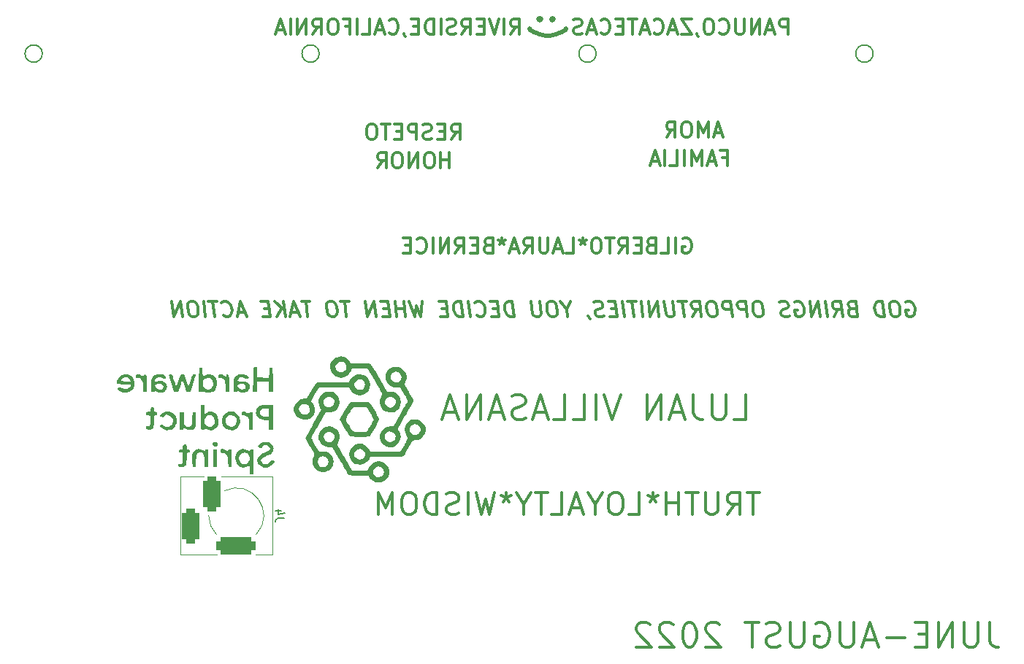
<source format=gbr>
%TF.GenerationSoftware,KiCad,Pcbnew,(6.0.5)*%
%TF.CreationDate,2022-07-24T14:11:08-07:00*%
%TF.ProjectId,CLOCK,434c4f43-4b2e-46b6-9963-61645f706362,rev?*%
%TF.SameCoordinates,PX4c4db10PY8a50b10*%
%TF.FileFunction,Legend,Bot*%
%TF.FilePolarity,Positive*%
%FSLAX46Y46*%
G04 Gerber Fmt 4.6, Leading zero omitted, Abs format (unit mm)*
G04 Created by KiCad (PCBNEW (6.0.5)) date 2022-07-24 14:11:08*
%MOMM*%
%LPD*%
G01*
G04 APERTURE LIST*
G04 Aperture macros list*
%AMRoundRect*
0 Rectangle with rounded corners*
0 $1 Rounding radius*
0 $2 $3 $4 $5 $6 $7 $8 $9 X,Y pos of 4 corners*
0 Add a 4 corners polygon primitive as box body*
4,1,4,$2,$3,$4,$5,$6,$7,$8,$9,$2,$3,0*
0 Add four circle primitives for the rounded corners*
1,1,$1+$1,$2,$3*
1,1,$1+$1,$4,$5*
1,1,$1+$1,$6,$7*
1,1,$1+$1,$8,$9*
0 Add four rect primitives between the rounded corners*
20,1,$1+$1,$2,$3,$4,$5,0*
20,1,$1+$1,$4,$5,$6,$7,0*
20,1,$1+$1,$6,$7,$8,$9,0*
20,1,$1+$1,$8,$9,$2,$3,0*%
G04 Aperture macros list end*
%ADD10C,0.533400*%
%ADD11C,0.304800*%
%ADD12C,0.150000*%
%ADD13C,0.120000*%
%ADD14C,3.200000*%
%ADD15C,1.524000*%
%ADD16C,2.000000*%
%ADD17R,3.000000X3.000000*%
%ADD18C,3.000000*%
%ADD19R,1.600000X1.600000*%
%ADD20O,1.600000X1.600000*%
%ADD21R,1.700000X1.700000*%
%ADD22O,1.700000X1.700000*%
%ADD23RoundRect,0.500000X-1.750000X-0.500000X1.750000X-0.500000X1.750000X0.500000X-1.750000X0.500000X0*%
%ADD24RoundRect,0.500000X0.500000X-1.500000X0.500000X1.500000X-0.500000X1.500000X-0.500000X-1.500000X0*%
G04 APERTURE END LIST*
D10*
X68589071Y75107800D02*
X68454814Y74973543D01*
X68320557Y75107800D01*
X68454814Y75242058D01*
X68589071Y75107800D01*
X68320557Y75107800D01*
X70065900Y75107800D02*
X69931642Y74973543D01*
X69797385Y75107800D01*
X69931642Y75242058D01*
X70065900Y75107800D01*
X69797385Y75107800D01*
X67246500Y74033743D02*
X67380757Y73899486D01*
X67783528Y73630972D01*
X68052042Y73496715D01*
X68454814Y73362458D01*
X69126100Y73228200D01*
X69663128Y73228200D01*
X70334414Y73362458D01*
X70737185Y73496715D01*
X71005700Y73630972D01*
X71408471Y73899486D01*
X71542728Y74033743D01*
D11*
X58187771Y61183158D02*
X58771971Y62017729D01*
X59189257Y61183158D02*
X59189257Y62935758D01*
X58521600Y62935758D01*
X58354685Y62852300D01*
X58271228Y62768843D01*
X58187771Y62601929D01*
X58187771Y62351558D01*
X58271228Y62184643D01*
X58354685Y62101186D01*
X58521600Y62017729D01*
X59189257Y62017729D01*
X57436657Y62101186D02*
X56852457Y62101186D01*
X56602085Y61183158D02*
X57436657Y61183158D01*
X57436657Y62935758D01*
X56602085Y62935758D01*
X55934428Y61266615D02*
X55684057Y61183158D01*
X55266771Y61183158D01*
X55099857Y61266615D01*
X55016400Y61350072D01*
X54932942Y61516986D01*
X54932942Y61683900D01*
X55016400Y61850815D01*
X55099857Y61934272D01*
X55266771Y62017729D01*
X55600600Y62101186D01*
X55767514Y62184643D01*
X55850971Y62268100D01*
X55934428Y62435015D01*
X55934428Y62601929D01*
X55850971Y62768843D01*
X55767514Y62852300D01*
X55600600Y62935758D01*
X55183314Y62935758D01*
X54932942Y62852300D01*
X54181828Y61183158D02*
X54181828Y62935758D01*
X53514171Y62935758D01*
X53347257Y62852300D01*
X53263800Y62768843D01*
X53180342Y62601929D01*
X53180342Y62351558D01*
X53263800Y62184643D01*
X53347257Y62101186D01*
X53514171Y62017729D01*
X54181828Y62017729D01*
X52429228Y62101186D02*
X51845028Y62101186D01*
X51594657Y61183158D02*
X52429228Y61183158D01*
X52429228Y62935758D01*
X51594657Y62935758D01*
X51093914Y62935758D02*
X50092428Y62935758D01*
X50593171Y61183158D02*
X50593171Y62935758D01*
X49174400Y62935758D02*
X48840571Y62935758D01*
X48673657Y62852300D01*
X48506742Y62685386D01*
X48423285Y62351558D01*
X48423285Y61767358D01*
X48506742Y61433529D01*
X48673657Y61266615D01*
X48840571Y61183158D01*
X49174400Y61183158D01*
X49341314Y61266615D01*
X49508228Y61433529D01*
X49591685Y61767358D01*
X49591685Y62351558D01*
X49508228Y62685386D01*
X49341314Y62852300D01*
X49174400Y62935758D01*
X89573100Y61937900D02*
X88738528Y61937900D01*
X89740014Y61437158D02*
X89155814Y63189758D01*
X88571614Y61437158D01*
X87987414Y61437158D02*
X87987414Y63189758D01*
X87403214Y61937900D01*
X86819014Y63189758D01*
X86819014Y61437158D01*
X85650614Y63189758D02*
X85316785Y63189758D01*
X85149871Y63106300D01*
X84982957Y62939386D01*
X84899500Y62605558D01*
X84899500Y62021358D01*
X84982957Y61687529D01*
X85149871Y61520615D01*
X85316785Y61437158D01*
X85650614Y61437158D01*
X85817528Y61520615D01*
X85984442Y61687529D01*
X86067900Y62021358D01*
X86067900Y62605558D01*
X85984442Y62939386D01*
X85817528Y63106300D01*
X85650614Y63189758D01*
X83146900Y61437158D02*
X83731100Y62271729D01*
X84148385Y61437158D02*
X84148385Y63189758D01*
X83480728Y63189758D01*
X83313814Y63106300D01*
X83230357Y63022843D01*
X83146900Y62855929D01*
X83146900Y62605558D01*
X83230357Y62438643D01*
X83313814Y62355186D01*
X83480728Y62271729D01*
X84148385Y62271729D01*
X120588314Y5099958D02*
X120588314Y3086100D01*
X120722571Y2683329D01*
X120991085Y2414815D01*
X121393857Y2280558D01*
X121662371Y2280558D01*
X119245742Y5099958D02*
X119245742Y2817586D01*
X119111485Y2549072D01*
X118977228Y2414815D01*
X118708714Y2280558D01*
X118171685Y2280558D01*
X117903171Y2414815D01*
X117768914Y2549072D01*
X117634657Y2817586D01*
X117634657Y5099958D01*
X116292085Y2280558D02*
X116292085Y5099958D01*
X114681000Y2280558D01*
X114681000Y5099958D01*
X113338428Y3757386D02*
X112398628Y3757386D01*
X111995857Y2280558D02*
X113338428Y2280558D01*
X113338428Y5099958D01*
X111995857Y5099958D01*
X110787542Y3354615D02*
X108639428Y3354615D01*
X107431114Y3086100D02*
X106088542Y3086100D01*
X107699628Y2280558D02*
X106759828Y5099958D01*
X105820028Y2280558D01*
X104880228Y5099958D02*
X104880228Y2817586D01*
X104745971Y2549072D01*
X104611714Y2414815D01*
X104343200Y2280558D01*
X103806171Y2280558D01*
X103537657Y2414815D01*
X103403400Y2549072D01*
X103269142Y2817586D01*
X103269142Y5099958D01*
X100449742Y4965700D02*
X100718257Y5099958D01*
X101121028Y5099958D01*
X101523800Y4965700D01*
X101792314Y4697186D01*
X101926571Y4428672D01*
X102060828Y3891643D01*
X102060828Y3488872D01*
X101926571Y2951843D01*
X101792314Y2683329D01*
X101523800Y2414815D01*
X101121028Y2280558D01*
X100852514Y2280558D01*
X100449742Y2414815D01*
X100315485Y2549072D01*
X100315485Y3488872D01*
X100852514Y3488872D01*
X99107171Y5099958D02*
X99107171Y2817586D01*
X98972914Y2549072D01*
X98838657Y2414815D01*
X98570142Y2280558D01*
X98033114Y2280558D01*
X97764600Y2414815D01*
X97630342Y2549072D01*
X97496085Y2817586D01*
X97496085Y5099958D01*
X96287771Y2414815D02*
X95885000Y2280558D01*
X95213714Y2280558D01*
X94945200Y2414815D01*
X94810942Y2549072D01*
X94676685Y2817586D01*
X94676685Y3086100D01*
X94810942Y3354615D01*
X94945200Y3488872D01*
X95213714Y3623129D01*
X95750742Y3757386D01*
X96019257Y3891643D01*
X96153514Y4025900D01*
X96287771Y4294415D01*
X96287771Y4562929D01*
X96153514Y4831443D01*
X96019257Y4965700D01*
X95750742Y5099958D01*
X95079457Y5099958D01*
X94676685Y4965700D01*
X93871142Y5099958D02*
X92260057Y5099958D01*
X93065600Y2280558D02*
X93065600Y5099958D01*
X89306400Y4831443D02*
X89172142Y4965700D01*
X88903628Y5099958D01*
X88232342Y5099958D01*
X87963828Y4965700D01*
X87829571Y4831443D01*
X87695314Y4562929D01*
X87695314Y4294415D01*
X87829571Y3891643D01*
X89440657Y2280558D01*
X87695314Y2280558D01*
X85949971Y5099958D02*
X85681457Y5099958D01*
X85412942Y4965700D01*
X85278685Y4831443D01*
X85144428Y4562929D01*
X85010171Y4025900D01*
X85010171Y3354615D01*
X85144428Y2817586D01*
X85278685Y2549072D01*
X85412942Y2414815D01*
X85681457Y2280558D01*
X85949971Y2280558D01*
X86218485Y2414815D01*
X86352742Y2549072D01*
X86487000Y2817586D01*
X86621257Y3354615D01*
X86621257Y4025900D01*
X86487000Y4562929D01*
X86352742Y4831443D01*
X86218485Y4965700D01*
X85949971Y5099958D01*
X83936114Y4831443D02*
X83801857Y4965700D01*
X83533342Y5099958D01*
X82862057Y5099958D01*
X82593542Y4965700D01*
X82459285Y4831443D01*
X82325028Y4562929D01*
X82325028Y4294415D01*
X82459285Y3891643D01*
X84070371Y2280558D01*
X82325028Y2280558D01*
X81250971Y4831443D02*
X81116714Y4965700D01*
X80848200Y5099958D01*
X80176914Y5099958D01*
X79908400Y4965700D01*
X79774142Y4831443D01*
X79639885Y4562929D01*
X79639885Y4294415D01*
X79774142Y3891643D01*
X81385228Y2280558D01*
X79639885Y2280558D01*
X93900171Y20173043D02*
X92463257Y20173043D01*
X93181714Y17658443D02*
X93181714Y20173043D01*
X90188142Y17658443D02*
X91026342Y18855872D01*
X91625057Y17658443D02*
X91625057Y20173043D01*
X90667114Y20173043D01*
X90427628Y20053300D01*
X90307885Y19933558D01*
X90188142Y19694072D01*
X90188142Y19334843D01*
X90307885Y19095358D01*
X90427628Y18975615D01*
X90667114Y18855872D01*
X91625057Y18855872D01*
X89110457Y20173043D02*
X89110457Y18137415D01*
X88990714Y17897929D01*
X88870971Y17778186D01*
X88631485Y17658443D01*
X88152514Y17658443D01*
X87913028Y17778186D01*
X87793285Y17897929D01*
X87673542Y18137415D01*
X87673542Y20173043D01*
X86835342Y20173043D02*
X85398428Y20173043D01*
X86116885Y17658443D02*
X86116885Y20173043D01*
X84560228Y17658443D02*
X84560228Y20173043D01*
X84560228Y18975615D02*
X83123314Y18975615D01*
X83123314Y17658443D02*
X83123314Y20173043D01*
X81566657Y20173043D02*
X81566657Y19574329D01*
X82165371Y19813815D02*
X81566657Y19574329D01*
X80967942Y19813815D01*
X81925885Y19095358D02*
X81566657Y19574329D01*
X81207428Y19095358D01*
X78812571Y17658443D02*
X80010000Y17658443D01*
X80010000Y20173043D01*
X77495400Y20173043D02*
X77016428Y20173043D01*
X76776942Y20053300D01*
X76537457Y19813815D01*
X76417714Y19334843D01*
X76417714Y18496643D01*
X76537457Y18017672D01*
X76776942Y17778186D01*
X77016428Y17658443D01*
X77495400Y17658443D01*
X77734885Y17778186D01*
X77974371Y18017672D01*
X78094114Y18496643D01*
X78094114Y19334843D01*
X77974371Y19813815D01*
X77734885Y20053300D01*
X77495400Y20173043D01*
X74861057Y18855872D02*
X74861057Y17658443D01*
X75699257Y20173043D02*
X74861057Y18855872D01*
X74022857Y20173043D01*
X73304400Y18376900D02*
X72106971Y18376900D01*
X73543885Y17658443D02*
X72705685Y20173043D01*
X71867485Y17658443D01*
X69831857Y17658443D02*
X71029285Y17658443D01*
X71029285Y20173043D01*
X69352885Y20173043D02*
X67915971Y20173043D01*
X68634428Y17658443D02*
X68634428Y20173043D01*
X66598800Y18855872D02*
X66598800Y17658443D01*
X67437000Y20173043D02*
X66598800Y18855872D01*
X65760600Y20173043D01*
X64563171Y20173043D02*
X64563171Y19574329D01*
X65161885Y19813815D02*
X64563171Y19574329D01*
X63964457Y19813815D01*
X64922400Y19095358D02*
X64563171Y19574329D01*
X64203942Y19095358D01*
X63246000Y20173043D02*
X62647285Y17658443D01*
X62168314Y19454586D01*
X61689342Y17658443D01*
X61090628Y20173043D01*
X60132685Y17658443D02*
X60132685Y20173043D01*
X59055000Y17778186D02*
X58695771Y17658443D01*
X58097057Y17658443D01*
X57857571Y17778186D01*
X57737828Y17897929D01*
X57618085Y18137415D01*
X57618085Y18376900D01*
X57737828Y18616386D01*
X57857571Y18736129D01*
X58097057Y18855872D01*
X58576028Y18975615D01*
X58815514Y19095358D01*
X58935257Y19215100D01*
X59055000Y19454586D01*
X59055000Y19694072D01*
X58935257Y19933558D01*
X58815514Y20053300D01*
X58576028Y20173043D01*
X57977314Y20173043D01*
X57618085Y20053300D01*
X56540400Y17658443D02*
X56540400Y20173043D01*
X55941685Y20173043D01*
X55582457Y20053300D01*
X55342971Y19813815D01*
X55223228Y19574329D01*
X55103485Y19095358D01*
X55103485Y18736129D01*
X55223228Y18257158D01*
X55342971Y18017672D01*
X55582457Y17778186D01*
X55941685Y17658443D01*
X56540400Y17658443D01*
X53546828Y20173043D02*
X53067857Y20173043D01*
X52828371Y20053300D01*
X52588885Y19813815D01*
X52469142Y19334843D01*
X52469142Y18496643D01*
X52588885Y18017672D01*
X52828371Y17778186D01*
X53067857Y17658443D01*
X53546828Y17658443D01*
X53786314Y17778186D01*
X54025800Y18017672D01*
X54145542Y18496643D01*
X54145542Y19334843D01*
X54025800Y19813815D01*
X53786314Y20053300D01*
X53546828Y20173043D01*
X51391457Y17658443D02*
X51391457Y20173043D01*
X50553257Y18376900D01*
X49715057Y20173043D01*
X49715057Y17658443D01*
X90973728Y28696558D02*
X92316300Y28696558D01*
X92316300Y31515958D01*
X90033928Y31515958D02*
X90033928Y29233586D01*
X89899671Y28965072D01*
X89765414Y28830815D01*
X89496900Y28696558D01*
X88959871Y28696558D01*
X88691357Y28830815D01*
X88557100Y28965072D01*
X88422842Y29233586D01*
X88422842Y31515958D01*
X86274728Y31515958D02*
X86274728Y29502100D01*
X86408985Y29099329D01*
X86677500Y28830815D01*
X87080271Y28696558D01*
X87348785Y28696558D01*
X85066414Y29502100D02*
X83723842Y29502100D01*
X85334928Y28696558D02*
X84395128Y31515958D01*
X83455328Y28696558D01*
X82515528Y28696558D02*
X82515528Y31515958D01*
X80904442Y28696558D01*
X80904442Y31515958D01*
X77816528Y31515958D02*
X76876728Y28696558D01*
X75936928Y31515958D01*
X74997128Y28696558D02*
X74997128Y31515958D01*
X72311985Y28696558D02*
X73654557Y28696558D01*
X73654557Y31515958D01*
X70029614Y28696558D02*
X71372185Y28696558D01*
X71372185Y31515958D01*
X69224071Y29502100D02*
X67881500Y29502100D01*
X69492585Y28696558D02*
X68552785Y31515958D01*
X67612985Y28696558D01*
X66807442Y28830815D02*
X66404671Y28696558D01*
X65733385Y28696558D01*
X65464871Y28830815D01*
X65330614Y28965072D01*
X65196357Y29233586D01*
X65196357Y29502100D01*
X65330614Y29770615D01*
X65464871Y29904872D01*
X65733385Y30039129D01*
X66270414Y30173386D01*
X66538928Y30307643D01*
X66673185Y30441900D01*
X66807442Y30710415D01*
X66807442Y30978929D01*
X66673185Y31247443D01*
X66538928Y31381700D01*
X66270414Y31515958D01*
X65599128Y31515958D01*
X65196357Y31381700D01*
X64122300Y29502100D02*
X62779728Y29502100D01*
X64390814Y28696558D02*
X63451014Y31515958D01*
X62511214Y28696558D01*
X61571414Y28696558D02*
X61571414Y31515958D01*
X59960328Y28696558D01*
X59960328Y31515958D01*
X58752014Y29502100D02*
X57409442Y29502100D01*
X59020528Y28696558D02*
X58080728Y31515958D01*
X57140928Y28696558D01*
X89649300Y59053186D02*
X90233500Y59053186D01*
X90233500Y58135158D02*
X90233500Y59887758D01*
X89398928Y59887758D01*
X88814728Y58635900D02*
X87980157Y58635900D01*
X88981642Y58135158D02*
X88397442Y59887758D01*
X87813242Y58135158D01*
X87229042Y58135158D02*
X87229042Y59887758D01*
X86644842Y58635900D01*
X86060642Y59887758D01*
X86060642Y58135158D01*
X85226071Y58135158D02*
X85226071Y59887758D01*
X83556928Y58135158D02*
X84391500Y58135158D01*
X84391500Y59887758D01*
X82972728Y58135158D02*
X82972728Y59887758D01*
X82221614Y58635900D02*
X81387042Y58635900D01*
X82388528Y58135158D02*
X81804328Y59887758D01*
X81220128Y58135158D01*
X85031942Y49644300D02*
X85198857Y49727758D01*
X85449228Y49727758D01*
X85699600Y49644300D01*
X85866514Y49477386D01*
X85949971Y49310472D01*
X86033428Y48976643D01*
X86033428Y48726272D01*
X85949971Y48392443D01*
X85866514Y48225529D01*
X85699600Y48058615D01*
X85449228Y47975158D01*
X85282314Y47975158D01*
X85031942Y48058615D01*
X84948485Y48142072D01*
X84948485Y48726272D01*
X85282314Y48726272D01*
X84197371Y47975158D02*
X84197371Y49727758D01*
X82528228Y47975158D02*
X83362800Y47975158D01*
X83362800Y49727758D01*
X81359828Y48893186D02*
X81109457Y48809729D01*
X81026000Y48726272D01*
X80942542Y48559358D01*
X80942542Y48308986D01*
X81026000Y48142072D01*
X81109457Y48058615D01*
X81276371Y47975158D01*
X81944028Y47975158D01*
X81944028Y49727758D01*
X81359828Y49727758D01*
X81192914Y49644300D01*
X81109457Y49560843D01*
X81026000Y49393929D01*
X81026000Y49227015D01*
X81109457Y49060100D01*
X81192914Y48976643D01*
X81359828Y48893186D01*
X81944028Y48893186D01*
X80191428Y48893186D02*
X79607228Y48893186D01*
X79356857Y47975158D02*
X80191428Y47975158D01*
X80191428Y49727758D01*
X79356857Y49727758D01*
X77604257Y47975158D02*
X78188457Y48809729D01*
X78605742Y47975158D02*
X78605742Y49727758D01*
X77938085Y49727758D01*
X77771171Y49644300D01*
X77687714Y49560843D01*
X77604257Y49393929D01*
X77604257Y49143558D01*
X77687714Y48976643D01*
X77771171Y48893186D01*
X77938085Y48809729D01*
X78605742Y48809729D01*
X77103514Y49727758D02*
X76102028Y49727758D01*
X76602771Y47975158D02*
X76602771Y49727758D01*
X75184000Y49727758D02*
X74850171Y49727758D01*
X74683257Y49644300D01*
X74516342Y49477386D01*
X74432885Y49143558D01*
X74432885Y48559358D01*
X74516342Y48225529D01*
X74683257Y48058615D01*
X74850171Y47975158D01*
X75184000Y47975158D01*
X75350914Y48058615D01*
X75517828Y48225529D01*
X75601285Y48559358D01*
X75601285Y49143558D01*
X75517828Y49477386D01*
X75350914Y49644300D01*
X75184000Y49727758D01*
X73431400Y49727758D02*
X73431400Y49310472D01*
X73848685Y49477386D02*
X73431400Y49310472D01*
X73014114Y49477386D01*
X73681771Y48976643D02*
X73431400Y49310472D01*
X73181028Y48976643D01*
X71511885Y47975158D02*
X72346457Y47975158D01*
X72346457Y49727758D01*
X71011142Y48475900D02*
X70176571Y48475900D01*
X71178057Y47975158D02*
X70593857Y49727758D01*
X70009657Y47975158D01*
X69425457Y49727758D02*
X69425457Y48308986D01*
X69342000Y48142072D01*
X69258542Y48058615D01*
X69091628Y47975158D01*
X68757800Y47975158D01*
X68590885Y48058615D01*
X68507428Y48142072D01*
X68423971Y48308986D01*
X68423971Y49727758D01*
X66587914Y47975158D02*
X67172114Y48809729D01*
X67589400Y47975158D02*
X67589400Y49727758D01*
X66921742Y49727758D01*
X66754828Y49644300D01*
X66671371Y49560843D01*
X66587914Y49393929D01*
X66587914Y49143558D01*
X66671371Y48976643D01*
X66754828Y48893186D01*
X66921742Y48809729D01*
X67589400Y48809729D01*
X65920257Y48475900D02*
X65085685Y48475900D01*
X66087171Y47975158D02*
X65502971Y49727758D01*
X64918771Y47975158D01*
X64084200Y49727758D02*
X64084200Y49310472D01*
X64501485Y49477386D02*
X64084200Y49310472D01*
X63666914Y49477386D01*
X64334571Y48976643D02*
X64084200Y49310472D01*
X63833828Y48976643D01*
X62415057Y48893186D02*
X62164685Y48809729D01*
X62081228Y48726272D01*
X61997771Y48559358D01*
X61997771Y48308986D01*
X62081228Y48142072D01*
X62164685Y48058615D01*
X62331600Y47975158D01*
X62999257Y47975158D01*
X62999257Y49727758D01*
X62415057Y49727758D01*
X62248142Y49644300D01*
X62164685Y49560843D01*
X62081228Y49393929D01*
X62081228Y49227015D01*
X62164685Y49060100D01*
X62248142Y48976643D01*
X62415057Y48893186D01*
X62999257Y48893186D01*
X61246657Y48893186D02*
X60662457Y48893186D01*
X60412085Y47975158D02*
X61246657Y47975158D01*
X61246657Y49727758D01*
X60412085Y49727758D01*
X58659485Y47975158D02*
X59243685Y48809729D01*
X59660971Y47975158D02*
X59660971Y49727758D01*
X58993314Y49727758D01*
X58826400Y49644300D01*
X58742942Y49560843D01*
X58659485Y49393929D01*
X58659485Y49143558D01*
X58742942Y48976643D01*
X58826400Y48893186D01*
X58993314Y48809729D01*
X59660971Y48809729D01*
X57908371Y47975158D02*
X57908371Y49727758D01*
X56906885Y47975158D01*
X56906885Y49727758D01*
X56072314Y47975158D02*
X56072314Y49727758D01*
X54236257Y48142072D02*
X54319714Y48058615D01*
X54570085Y47975158D01*
X54737000Y47975158D01*
X54987371Y48058615D01*
X55154285Y48225529D01*
X55237742Y48392443D01*
X55321200Y48726272D01*
X55321200Y48976643D01*
X55237742Y49310472D01*
X55154285Y49477386D01*
X54987371Y49644300D01*
X54737000Y49727758D01*
X54570085Y49727758D01*
X54319714Y49644300D01*
X54236257Y49560843D01*
X53485142Y48893186D02*
X52900942Y48893186D01*
X52650571Y47975158D02*
X53485142Y47975158D01*
X53485142Y49727758D01*
X52650571Y49727758D01*
X65089314Y73375158D02*
X65673514Y74209729D01*
X66090800Y73375158D02*
X66090800Y75127758D01*
X65423142Y75127758D01*
X65256228Y75044300D01*
X65172771Y74960843D01*
X65089314Y74793929D01*
X65089314Y74543558D01*
X65172771Y74376643D01*
X65256228Y74293186D01*
X65423142Y74209729D01*
X66090800Y74209729D01*
X64338200Y73375158D02*
X64338200Y75127758D01*
X63754000Y75127758D02*
X63169800Y73375158D01*
X62585600Y75127758D01*
X62001400Y74293186D02*
X61417200Y74293186D01*
X61166828Y73375158D02*
X62001400Y73375158D01*
X62001400Y75127758D01*
X61166828Y75127758D01*
X59414228Y73375158D02*
X59998428Y74209729D01*
X60415714Y73375158D02*
X60415714Y75127758D01*
X59748057Y75127758D01*
X59581142Y75044300D01*
X59497685Y74960843D01*
X59414228Y74793929D01*
X59414228Y74543558D01*
X59497685Y74376643D01*
X59581142Y74293186D01*
X59748057Y74209729D01*
X60415714Y74209729D01*
X58746571Y73458615D02*
X58496200Y73375158D01*
X58078914Y73375158D01*
X57912000Y73458615D01*
X57828542Y73542072D01*
X57745085Y73708986D01*
X57745085Y73875900D01*
X57828542Y74042815D01*
X57912000Y74126272D01*
X58078914Y74209729D01*
X58412742Y74293186D01*
X58579657Y74376643D01*
X58663114Y74460100D01*
X58746571Y74627015D01*
X58746571Y74793929D01*
X58663114Y74960843D01*
X58579657Y75044300D01*
X58412742Y75127758D01*
X57995457Y75127758D01*
X57745085Y75044300D01*
X56993971Y73375158D02*
X56993971Y75127758D01*
X56159400Y73375158D02*
X56159400Y75127758D01*
X55742114Y75127758D01*
X55491742Y75044300D01*
X55324828Y74877386D01*
X55241371Y74710472D01*
X55157914Y74376643D01*
X55157914Y74126272D01*
X55241371Y73792443D01*
X55324828Y73625529D01*
X55491742Y73458615D01*
X55742114Y73375158D01*
X56159400Y73375158D01*
X54406800Y74293186D02*
X53822600Y74293186D01*
X53572228Y73375158D02*
X54406800Y73375158D01*
X54406800Y75127758D01*
X53572228Y75127758D01*
X52737657Y73458615D02*
X52737657Y73375158D01*
X52821114Y73208243D01*
X52904571Y73124786D01*
X50985057Y73542072D02*
X51068514Y73458615D01*
X51318885Y73375158D01*
X51485800Y73375158D01*
X51736171Y73458615D01*
X51903085Y73625529D01*
X51986542Y73792443D01*
X52070000Y74126272D01*
X52070000Y74376643D01*
X51986542Y74710472D01*
X51903085Y74877386D01*
X51736171Y75044300D01*
X51485800Y75127758D01*
X51318885Y75127758D01*
X51068514Y75044300D01*
X50985057Y74960843D01*
X50317400Y73875900D02*
X49482828Y73875900D01*
X50484314Y73375158D02*
X49900114Y75127758D01*
X49315914Y73375158D01*
X47897142Y73375158D02*
X48731714Y73375158D01*
X48731714Y75127758D01*
X47312942Y73375158D02*
X47312942Y75127758D01*
X45894171Y74293186D02*
X46478371Y74293186D01*
X46478371Y73375158D02*
X46478371Y75127758D01*
X45643800Y75127758D01*
X44642314Y75127758D02*
X44308485Y75127758D01*
X44141571Y75044300D01*
X43974657Y74877386D01*
X43891200Y74543558D01*
X43891200Y73959358D01*
X43974657Y73625529D01*
X44141571Y73458615D01*
X44308485Y73375158D01*
X44642314Y73375158D01*
X44809228Y73458615D01*
X44976142Y73625529D01*
X45059600Y73959358D01*
X45059600Y74543558D01*
X44976142Y74877386D01*
X44809228Y75044300D01*
X44642314Y75127758D01*
X42138600Y73375158D02*
X42722800Y74209729D01*
X43140085Y73375158D02*
X43140085Y75127758D01*
X42472428Y75127758D01*
X42305514Y75044300D01*
X42222057Y74960843D01*
X42138600Y74793929D01*
X42138600Y74543558D01*
X42222057Y74376643D01*
X42305514Y74293186D01*
X42472428Y74209729D01*
X43140085Y74209729D01*
X41387485Y73375158D02*
X41387485Y75127758D01*
X40386000Y73375158D01*
X40386000Y75127758D01*
X39551428Y73375158D02*
X39551428Y75127758D01*
X38800314Y73875900D02*
X37965742Y73875900D01*
X38967228Y73375158D02*
X38383028Y75127758D01*
X37798828Y73375158D01*
X97229385Y73375158D02*
X97229385Y75127758D01*
X96561728Y75127758D01*
X96394814Y75044300D01*
X96311357Y74960843D01*
X96227900Y74793929D01*
X96227900Y74543558D01*
X96311357Y74376643D01*
X96394814Y74293186D01*
X96561728Y74209729D01*
X97229385Y74209729D01*
X95560242Y73875900D02*
X94725671Y73875900D01*
X95727157Y73375158D02*
X95142957Y75127758D01*
X94558757Y73375158D01*
X93974557Y73375158D02*
X93974557Y75127758D01*
X92973071Y73375158D01*
X92973071Y75127758D01*
X92138500Y75127758D02*
X92138500Y73708986D01*
X92055042Y73542072D01*
X91971585Y73458615D01*
X91804671Y73375158D01*
X91470842Y73375158D01*
X91303928Y73458615D01*
X91220471Y73542072D01*
X91137014Y73708986D01*
X91137014Y75127758D01*
X89300957Y73542072D02*
X89384414Y73458615D01*
X89634785Y73375158D01*
X89801700Y73375158D01*
X90052071Y73458615D01*
X90218985Y73625529D01*
X90302442Y73792443D01*
X90385900Y74126272D01*
X90385900Y74376643D01*
X90302442Y74710472D01*
X90218985Y74877386D01*
X90052071Y75044300D01*
X89801700Y75127758D01*
X89634785Y75127758D01*
X89384414Y75044300D01*
X89300957Y74960843D01*
X88216014Y75127758D02*
X87882185Y75127758D01*
X87715271Y75044300D01*
X87548357Y74877386D01*
X87464900Y74543558D01*
X87464900Y73959358D01*
X87548357Y73625529D01*
X87715271Y73458615D01*
X87882185Y73375158D01*
X88216014Y73375158D01*
X88382928Y73458615D01*
X88549842Y73625529D01*
X88633300Y73959358D01*
X88633300Y74543558D01*
X88549842Y74877386D01*
X88382928Y75044300D01*
X88216014Y75127758D01*
X86630328Y73458615D02*
X86630328Y73375158D01*
X86713785Y73208243D01*
X86797242Y73124786D01*
X86046128Y75127758D02*
X84877728Y75127758D01*
X86046128Y73375158D01*
X84877728Y73375158D01*
X84293528Y73875900D02*
X83458957Y73875900D01*
X84460442Y73375158D02*
X83876242Y75127758D01*
X83292042Y73375158D01*
X81706357Y73542072D02*
X81789814Y73458615D01*
X82040185Y73375158D01*
X82207100Y73375158D01*
X82457471Y73458615D01*
X82624385Y73625529D01*
X82707842Y73792443D01*
X82791300Y74126272D01*
X82791300Y74376643D01*
X82707842Y74710472D01*
X82624385Y74877386D01*
X82457471Y75044300D01*
X82207100Y75127758D01*
X82040185Y75127758D01*
X81789814Y75044300D01*
X81706357Y74960843D01*
X81038700Y73875900D02*
X80204128Y73875900D01*
X81205614Y73375158D02*
X80621414Y75127758D01*
X80037214Y73375158D01*
X79703385Y75127758D02*
X78701900Y75127758D01*
X79202642Y73375158D02*
X79202642Y75127758D01*
X78117700Y74293186D02*
X77533500Y74293186D01*
X77283128Y73375158D02*
X78117700Y73375158D01*
X78117700Y75127758D01*
X77283128Y75127758D01*
X75530528Y73542072D02*
X75613985Y73458615D01*
X75864357Y73375158D01*
X76031271Y73375158D01*
X76281642Y73458615D01*
X76448557Y73625529D01*
X76532014Y73792443D01*
X76615471Y74126272D01*
X76615471Y74376643D01*
X76532014Y74710472D01*
X76448557Y74877386D01*
X76281642Y75044300D01*
X76031271Y75127758D01*
X75864357Y75127758D01*
X75613985Y75044300D01*
X75530528Y74960843D01*
X74862871Y73875900D02*
X74028300Y73875900D01*
X75029785Y73375158D02*
X74445585Y75127758D01*
X73861385Y73375158D01*
X73360642Y73458615D02*
X73110271Y73375158D01*
X72692985Y73375158D01*
X72526071Y73458615D01*
X72442614Y73542072D01*
X72359157Y73708986D01*
X72359157Y73875900D01*
X72442614Y74042815D01*
X72526071Y74126272D01*
X72692985Y74209729D01*
X73026814Y74293186D01*
X73193728Y74376643D01*
X73277185Y74460100D01*
X73360642Y74627015D01*
X73360642Y74793929D01*
X73277185Y74960843D01*
X73193728Y75044300D01*
X73026814Y75127758D01*
X72609528Y75127758D01*
X72359157Y75044300D01*
X110853680Y42278300D02*
X111010162Y42361758D01*
X111260533Y42361758D01*
X111521337Y42278300D01*
X111709116Y42111386D01*
X111813437Y41944472D01*
X111938623Y41610643D01*
X111969919Y41360272D01*
X111928191Y41026443D01*
X111865598Y40859529D01*
X111719548Y40692615D01*
X111479608Y40609158D01*
X111312694Y40609158D01*
X111051891Y40692615D01*
X110958001Y40776072D01*
X110884976Y41360272D01*
X111218805Y41360272D01*
X109674848Y42361758D02*
X109341019Y42361758D01*
X109184537Y42278300D01*
X109038487Y42111386D01*
X108996758Y41777558D01*
X109069783Y41193358D01*
X109194969Y40859529D01*
X109382748Y40692615D01*
X109560094Y40609158D01*
X109893923Y40609158D01*
X110050405Y40692615D01*
X110196455Y40859529D01*
X110238183Y41193358D01*
X110165158Y41777558D01*
X110039973Y42111386D01*
X109852194Y42278300D01*
X109674848Y42361758D01*
X108391694Y40609158D02*
X108172619Y42361758D01*
X107755333Y42361758D01*
X107515394Y42278300D01*
X107369344Y42111386D01*
X107306751Y41944472D01*
X107265023Y41610643D01*
X107296319Y41360272D01*
X107421505Y41026443D01*
X107525826Y40859529D01*
X107713605Y40692615D01*
X107974408Y40609158D01*
X108391694Y40609158D01*
X104604826Y41527186D02*
X104364887Y41443729D01*
X104291862Y41360272D01*
X104229269Y41193358D01*
X104260566Y40942986D01*
X104364887Y40776072D01*
X104458776Y40692615D01*
X104636123Y40609158D01*
X105303780Y40609158D01*
X105084705Y42361758D01*
X104500505Y42361758D01*
X104344023Y42278300D01*
X104270998Y42194843D01*
X104208405Y42027929D01*
X104229269Y41861015D01*
X104333591Y41694100D01*
X104427480Y41610643D01*
X104604826Y41527186D01*
X105189026Y41527186D01*
X102549694Y40609158D02*
X103029573Y41443729D01*
X103551180Y40609158D02*
X103332105Y42361758D01*
X102664448Y42361758D01*
X102507966Y42278300D01*
X102434941Y42194843D01*
X102372348Y42027929D01*
X102403644Y41777558D01*
X102507966Y41610643D01*
X102601855Y41527186D01*
X102779201Y41443729D01*
X103446858Y41443729D01*
X101798580Y40609158D02*
X101579505Y42361758D01*
X100964008Y40609158D02*
X100744933Y42361758D01*
X99962523Y40609158D01*
X99743448Y42361758D01*
X98001280Y42278300D02*
X98157762Y42361758D01*
X98408133Y42361758D01*
X98668937Y42278300D01*
X98856716Y42111386D01*
X98961037Y41944472D01*
X99086223Y41610643D01*
X99117519Y41360272D01*
X99075791Y41026443D01*
X99013198Y40859529D01*
X98867148Y40692615D01*
X98627208Y40609158D01*
X98460294Y40609158D01*
X98199491Y40692615D01*
X98105601Y40776072D01*
X98032576Y41360272D01*
X98366405Y41360272D01*
X97448376Y40692615D02*
X97208437Y40609158D01*
X96791151Y40609158D01*
X96613805Y40692615D01*
X96519916Y40776072D01*
X96415594Y40942986D01*
X96394730Y41109900D01*
X96457323Y41276815D01*
X96530348Y41360272D01*
X96686830Y41443729D01*
X97010226Y41527186D01*
X97166708Y41610643D01*
X97239733Y41694100D01*
X97302326Y41861015D01*
X97281462Y42027929D01*
X97177141Y42194843D01*
X97083251Y42278300D01*
X96905905Y42361758D01*
X96488619Y42361758D01*
X96248680Y42278300D01*
X93817991Y42361758D02*
X93484162Y42361758D01*
X93327680Y42278300D01*
X93181630Y42111386D01*
X93139901Y41777558D01*
X93212926Y41193358D01*
X93338112Y40859529D01*
X93525891Y40692615D01*
X93703237Y40609158D01*
X94037066Y40609158D01*
X94193548Y40692615D01*
X94339598Y40859529D01*
X94381326Y41193358D01*
X94308301Y41777558D01*
X94183116Y42111386D01*
X93995337Y42278300D01*
X93817991Y42361758D01*
X92534837Y40609158D02*
X92315762Y42361758D01*
X91648105Y42361758D01*
X91491623Y42278300D01*
X91418598Y42194843D01*
X91356005Y42027929D01*
X91387301Y41777558D01*
X91491623Y41610643D01*
X91585512Y41527186D01*
X91762858Y41443729D01*
X92430516Y41443729D01*
X90782237Y40609158D02*
X90563162Y42361758D01*
X89895505Y42361758D01*
X89739023Y42278300D01*
X89665998Y42194843D01*
X89603405Y42027929D01*
X89634701Y41777558D01*
X89739023Y41610643D01*
X89832912Y41527186D01*
X90010258Y41443729D01*
X90677916Y41443729D01*
X88476733Y42361758D02*
X88142905Y42361758D01*
X87986423Y42278300D01*
X87840373Y42111386D01*
X87798644Y41777558D01*
X87871669Y41193358D01*
X87996855Y40859529D01*
X88184633Y40692615D01*
X88361980Y40609158D01*
X88695808Y40609158D01*
X88852291Y40692615D01*
X88998341Y40859529D01*
X89040069Y41193358D01*
X88967044Y41777558D01*
X88841858Y42111386D01*
X88654080Y42278300D01*
X88476733Y42361758D01*
X86192094Y40609158D02*
X86671973Y41443729D01*
X87193580Y40609158D02*
X86974505Y42361758D01*
X86306848Y42361758D01*
X86150366Y42278300D01*
X86077341Y42194843D01*
X86014748Y42027929D01*
X86046044Y41777558D01*
X86150366Y41610643D01*
X86244255Y41527186D01*
X86421601Y41443729D01*
X87089258Y41443729D01*
X85472276Y42361758D02*
X84470791Y42361758D01*
X85190608Y40609158D02*
X84971533Y42361758D01*
X83886591Y42361758D02*
X84063937Y40942986D01*
X84001344Y40776072D01*
X83928319Y40692615D01*
X83771837Y40609158D01*
X83438008Y40609158D01*
X83260662Y40692615D01*
X83166773Y40776072D01*
X83062451Y40942986D01*
X82885105Y42361758D01*
X82269608Y40609158D02*
X82050533Y42361758D01*
X81268123Y40609158D01*
X81049048Y42361758D01*
X80433551Y40609158D02*
X80214476Y42361758D01*
X79630276Y42361758D02*
X78628791Y42361758D01*
X79348608Y40609158D02*
X79129533Y42361758D01*
X78263666Y40609158D02*
X78044591Y42361758D01*
X77314341Y41527186D02*
X76730141Y41527186D01*
X76594523Y40609158D02*
X77429094Y40609158D01*
X77210019Y42361758D01*
X76375448Y42361758D01*
X75916433Y40692615D02*
X75676494Y40609158D01*
X75259208Y40609158D01*
X75081862Y40692615D01*
X74987973Y40776072D01*
X74883651Y40942986D01*
X74862787Y41109900D01*
X74925380Y41276815D01*
X74998405Y41360272D01*
X75154887Y41443729D01*
X75478283Y41527186D01*
X75634766Y41610643D01*
X75707791Y41694100D01*
X75770383Y41861015D01*
X75749519Y42027929D01*
X75645198Y42194843D01*
X75551308Y42278300D01*
X75373962Y42361758D01*
X74956676Y42361758D01*
X74716737Y42278300D01*
X74080376Y40692615D02*
X74090808Y40609158D01*
X74195130Y40442243D01*
X74289019Y40358786D01*
X71566230Y41443729D02*
X71670551Y40609158D01*
X72035676Y42361758D02*
X71566230Y41443729D01*
X70867276Y42361758D01*
X69949248Y42361758D02*
X69615419Y42361758D01*
X69458937Y42278300D01*
X69312887Y42111386D01*
X69271158Y41777558D01*
X69344183Y41193358D01*
X69469369Y40859529D01*
X69657148Y40692615D01*
X69834494Y40609158D01*
X70168323Y40609158D01*
X70324805Y40692615D01*
X70470855Y40859529D01*
X70512583Y41193358D01*
X70439558Y41777558D01*
X70314373Y42111386D01*
X70126594Y42278300D01*
X69949248Y42361758D01*
X68447019Y42361758D02*
X68624366Y40942986D01*
X68561773Y40776072D01*
X68488748Y40692615D01*
X68332266Y40609158D01*
X67998437Y40609158D01*
X67821091Y40692615D01*
X67727201Y40776072D01*
X67622880Y40942986D01*
X67445533Y42361758D01*
X65494723Y40609158D02*
X65275648Y42361758D01*
X64858362Y42361758D01*
X64618423Y42278300D01*
X64472373Y42111386D01*
X64409780Y41944472D01*
X64368051Y41610643D01*
X64399348Y41360272D01*
X64524533Y41026443D01*
X64628855Y40859529D01*
X64816633Y40692615D01*
X65077437Y40609158D01*
X65494723Y40609158D01*
X63627369Y41527186D02*
X63043169Y41527186D01*
X62907551Y40609158D02*
X63742123Y40609158D01*
X63523048Y42361758D01*
X62688476Y42361758D01*
X61134087Y40776072D02*
X61227976Y40692615D01*
X61488780Y40609158D01*
X61655694Y40609158D01*
X61895633Y40692615D01*
X62041683Y40859529D01*
X62104276Y41026443D01*
X62146005Y41360272D01*
X62114708Y41610643D01*
X61989523Y41944472D01*
X61885201Y42111386D01*
X61697423Y42278300D01*
X61436619Y42361758D01*
X61269705Y42361758D01*
X61029766Y42278300D01*
X60956741Y42194843D01*
X60403837Y40609158D02*
X60184762Y42361758D01*
X59569266Y40609158D02*
X59350191Y42361758D01*
X58932905Y42361758D01*
X58692966Y42278300D01*
X58546916Y42111386D01*
X58484323Y41944472D01*
X58442594Y41610643D01*
X58473891Y41360272D01*
X58599076Y41026443D01*
X58703398Y40859529D01*
X58891176Y40692615D01*
X59151980Y40609158D01*
X59569266Y40609158D01*
X57701912Y41527186D02*
X57117712Y41527186D01*
X56982094Y40609158D02*
X57816666Y40609158D01*
X57597591Y42361758D01*
X56763019Y42361758D01*
X54843505Y42361758D02*
X54645294Y40609158D01*
X54154983Y41861015D01*
X53977637Y40609158D01*
X53341276Y42361758D01*
X52892694Y40609158D02*
X52673619Y42361758D01*
X52777941Y41527186D02*
X51776455Y41527186D01*
X51891208Y40609158D02*
X51672133Y42361758D01*
X50941883Y41527186D02*
X50357683Y41527186D01*
X50222066Y40609158D02*
X51056637Y40609158D01*
X50837562Y42361758D01*
X50002991Y42361758D01*
X49470951Y40609158D02*
X49251876Y42361758D01*
X48469466Y40609158D01*
X48250391Y42361758D01*
X46330876Y42361758D02*
X45329391Y42361758D01*
X46049208Y40609158D02*
X45830133Y42361758D01*
X44411362Y42361758D02*
X44077533Y42361758D01*
X43921051Y42278300D01*
X43775001Y42111386D01*
X43733273Y41777558D01*
X43806298Y41193358D01*
X43931483Y40859529D01*
X44119262Y40692615D01*
X44296608Y40609158D01*
X44630437Y40609158D01*
X44786919Y40692615D01*
X44932969Y40859529D01*
X44974698Y41193358D01*
X44901673Y41777558D01*
X44776487Y42111386D01*
X44588708Y42278300D01*
X44411362Y42361758D01*
X41824191Y42361758D02*
X40822705Y42361758D01*
X41542523Y40609158D02*
X41323448Y42361758D01*
X40478444Y41109900D02*
X39643873Y41109900D01*
X40707951Y40609158D02*
X39904676Y42361758D01*
X39539551Y40609158D01*
X38955351Y40609158D02*
X38736276Y42361758D01*
X37953866Y40609158D02*
X38579794Y41610643D01*
X37734791Y42361758D02*
X38861462Y41360272D01*
X37087998Y41527186D02*
X36503798Y41527186D01*
X36368180Y40609158D02*
X37202751Y40609158D01*
X36983676Y42361758D01*
X36149105Y42361758D01*
X34302616Y41109900D02*
X33468044Y41109900D01*
X34532123Y40609158D02*
X33728848Y42361758D01*
X33363723Y40609158D01*
X31757173Y40776072D02*
X31851062Y40692615D01*
X32111866Y40609158D01*
X32278780Y40609158D01*
X32518719Y40692615D01*
X32664769Y40859529D01*
X32727362Y41026443D01*
X32769091Y41360272D01*
X32737794Y41610643D01*
X32612608Y41944472D01*
X32508287Y42111386D01*
X32320508Y42278300D01*
X32059705Y42361758D01*
X31892791Y42361758D01*
X31652851Y42278300D01*
X31579826Y42194843D01*
X31058219Y42361758D02*
X30056733Y42361758D01*
X30776551Y40609158D02*
X30557476Y42361758D01*
X29691608Y40609158D02*
X29472533Y42361758D01*
X28304133Y42361758D02*
X27970305Y42361758D01*
X27813823Y42278300D01*
X27667773Y42111386D01*
X27626044Y41777558D01*
X27699069Y41193358D01*
X27824255Y40859529D01*
X28012033Y40692615D01*
X28189380Y40609158D01*
X28523208Y40609158D01*
X28679691Y40692615D01*
X28825741Y40859529D01*
X28867469Y41193358D01*
X28794444Y41777558D01*
X28669258Y42111386D01*
X28481480Y42278300D01*
X28304133Y42361758D01*
X27020980Y40609158D02*
X26801905Y42361758D01*
X26019494Y40609158D01*
X25800419Y42361758D01*
X57979128Y57881158D02*
X57979128Y59633758D01*
X57979128Y58799186D02*
X56977642Y58799186D01*
X56977642Y57881158D02*
X56977642Y59633758D01*
X55809242Y59633758D02*
X55475414Y59633758D01*
X55308500Y59550300D01*
X55141585Y59383386D01*
X55058128Y59049558D01*
X55058128Y58465358D01*
X55141585Y58131529D01*
X55308500Y57964615D01*
X55475414Y57881158D01*
X55809242Y57881158D01*
X55976157Y57964615D01*
X56143071Y58131529D01*
X56226528Y58465358D01*
X56226528Y59049558D01*
X56143071Y59383386D01*
X55976157Y59550300D01*
X55809242Y59633758D01*
X54307014Y57881158D02*
X54307014Y59633758D01*
X53305528Y57881158D01*
X53305528Y59633758D01*
X52137128Y59633758D02*
X51803300Y59633758D01*
X51636385Y59550300D01*
X51469471Y59383386D01*
X51386014Y59049558D01*
X51386014Y58465358D01*
X51469471Y58131529D01*
X51636385Y57964615D01*
X51803300Y57881158D01*
X52137128Y57881158D01*
X52304042Y57964615D01*
X52470957Y58131529D01*
X52554414Y58465358D01*
X52554414Y59049558D01*
X52470957Y59383386D01*
X52304042Y59550300D01*
X52137128Y59633758D01*
X49633414Y57881158D02*
X50217614Y58715729D01*
X50634900Y57881158D02*
X50634900Y59633758D01*
X49967242Y59633758D01*
X49800328Y59550300D01*
X49716871Y59466843D01*
X49633414Y59299929D01*
X49633414Y59049558D01*
X49716871Y58882643D01*
X49800328Y58799186D01*
X49967242Y58715729D01*
X50634900Y58715729D01*
D12*
%TO.C,J4*%
X38821619Y17192667D02*
X38107333Y17192667D01*
X37964476Y17145048D01*
X37869238Y17049810D01*
X37821619Y16906953D01*
X37821619Y16811715D01*
X38488285Y18097429D02*
X37821619Y18097429D01*
X38869238Y17859334D02*
X38154952Y17621239D01*
X38154952Y18240286D01*
%TO.C,D2*%
X42890000Y71120000D02*
G75*
G03*
X42890000Y71120000I-1000000J0D01*
G01*
%TO.C,D3*%
X74990000Y71120000D02*
G75*
G03*
X74990000Y71120000I-1000000J0D01*
G01*
%TO.C,D5*%
X107090000Y71120000D02*
G75*
G03*
X107090000Y71120000I-1000000J0D01*
G01*
%TO.C,D1*%
X10790000Y71120000D02*
G75*
G03*
X10790000Y71120000I-1000000J0D01*
G01*
D13*
%TO.C,J4*%
X26774000Y13026000D02*
X26774000Y22026000D01*
X37474000Y13026000D02*
X37474000Y22026000D01*
X37474000Y13026000D02*
X35524000Y13026000D01*
X26774000Y22026000D02*
X29524000Y22026000D01*
X37474000Y22026000D02*
X31524000Y22026000D01*
X26774000Y13026000D02*
X31024000Y13026000D01*
X35574000Y15326000D02*
G75*
G03*
X31890295Y20392245I-2300000J2200000D01*
G01*
X30074000Y17526000D02*
G75*
G03*
X31011258Y15263258I3199997J-2D01*
G01*
%TO.C,G\u002A\u002A\u002A*%
G36*
X21467454Y32617056D02*
G01*
X21360215Y32315532D01*
X21166156Y32058496D01*
X20885727Y31871333D01*
X20773744Y31831904D01*
X20491922Y31788669D01*
X20203144Y31801660D01*
X19968527Y31870906D01*
X19967028Y31871689D01*
X19798648Y31985177D01*
X19636651Y32130850D01*
X19553654Y32227262D01*
X19522979Y32305550D01*
X19572509Y32360457D01*
X19573460Y32361057D01*
X19703236Y32414213D01*
X19842533Y32393969D01*
X20034303Y32294159D01*
X20084284Y32265418D01*
X20366214Y32171022D01*
X20627072Y32200455D01*
X20858591Y32353127D01*
X20890083Y32384948D01*
X21009221Y32520089D01*
X21052760Y32616499D01*
X21010171Y32681284D01*
X20870926Y32721553D01*
X20624494Y32744413D01*
X20260349Y32756970D01*
X19474616Y32774980D01*
X19454078Y32953886D01*
X19467592Y33157981D01*
X19470808Y33166154D01*
X19910625Y33166154D01*
X19958443Y33135842D01*
X20104882Y33105166D01*
X20312696Y33084291D01*
X20544644Y33074575D01*
X20763488Y33077376D01*
X20931986Y33094051D01*
X21012899Y33125960D01*
X21016585Y33152474D01*
X20967132Y33258338D01*
X20854785Y33393063D01*
X20840726Y33407045D01*
X20700585Y33525952D01*
X20570447Y33568387D01*
X20386191Y33556748D01*
X20220429Y33513031D01*
X20043920Y33414071D01*
X19930188Y33289851D01*
X19910625Y33166154D01*
X19470808Y33166154D01*
X19572344Y33424188D01*
X19751453Y33661968D01*
X19979783Y33829458D01*
X20031932Y33853801D01*
X20330740Y33946474D01*
X20611799Y33934494D01*
X20920243Y33817278D01*
X21019210Y33760306D01*
X21263752Y33534692D01*
X21419673Y33252023D01*
X21441129Y33152474D01*
X21487424Y32937682D01*
X21467454Y32617056D01*
G37*
G36*
X34815114Y32310609D02*
G01*
X34705530Y32049568D01*
X34508718Y31870298D01*
X34444018Y31840114D01*
X34178628Y31787718D01*
X33888868Y31811326D01*
X33633833Y31908368D01*
X33520488Y31972491D01*
X33444761Y31991032D01*
X33425374Y31940199D01*
X33425119Y31933371D01*
X33367620Y31866162D01*
X33200879Y31844929D01*
X32976384Y31844929D01*
X32976742Y32502379D01*
X32977852Y32556812D01*
X33445192Y32556812D01*
X33496870Y32403228D01*
X33638698Y32266818D01*
X33778293Y32190078D01*
X33996101Y32135339D01*
X34195071Y32184681D01*
X34214598Y32195201D01*
X34345401Y32332933D01*
X34371914Y32509799D01*
X34286496Y32684057D01*
X34138152Y32769609D01*
X33924547Y32806736D01*
X33701987Y32791784D01*
X33525985Y32721986D01*
X33492566Y32691622D01*
X33445192Y32556812D01*
X32977852Y32556812D01*
X32984564Y32885909D01*
X33014859Y33220844D01*
X33072616Y33465748D01*
X33162721Y33640295D01*
X33290060Y33764165D01*
X33475766Y33863363D01*
X33784174Y33935620D01*
X34106818Y33927995D01*
X34403703Y33842909D01*
X34634834Y33682781D01*
X34777606Y33530808D01*
X34623818Y33430042D01*
X34546920Y33383423D01*
X34457102Y33364904D01*
X34373446Y33425861D01*
X34357247Y33439882D01*
X34215313Y33509911D01*
X34027507Y33555704D01*
X33967132Y33562341D01*
X33772137Y33546758D01*
X33601763Y33449917D01*
X33587314Y33438166D01*
X33472468Y33313405D01*
X33425360Y33203279D01*
X33425482Y33197075D01*
X33446896Y33144878D01*
X33522330Y33114066D01*
X33676497Y33099411D01*
X33934107Y33095687D01*
X34073186Y33095072D01*
X34285377Y33086173D01*
X34425327Y33058638D01*
X34530830Y33002377D01*
X34639677Y32907298D01*
X34688470Y32858131D01*
X34803453Y32687037D01*
X34831175Y32509799D01*
X34834212Y32490379D01*
X34815114Y32310609D01*
G37*
G36*
X22065607Y33871413D02*
G01*
X22284847Y33767145D01*
X22450509Y33636835D01*
X22522332Y33771037D01*
X22586776Y33849202D01*
X22734133Y33885312D01*
X22772053Y33878061D01*
X22814335Y33853891D01*
X22843804Y33796558D01*
X22863372Y33687039D01*
X22875950Y33506313D01*
X22884447Y33235360D01*
X22891775Y32855157D01*
X22909439Y31844929D01*
X22457192Y31844929D01*
X22457192Y32491277D01*
X22457072Y32618032D01*
X22453358Y32871552D01*
X22439083Y33039186D01*
X22407136Y33151559D01*
X22350409Y33239297D01*
X22261792Y33333025D01*
X22136571Y33444309D01*
X22006989Y33500204D01*
X21844873Y33492478D01*
X21811247Y33487098D01*
X21680978Y33478289D01*
X21631289Y33530807D01*
X21623354Y33676992D01*
X21623701Y33728898D01*
X21640630Y33844817D01*
X21710628Y33889864D01*
X21871269Y33897455D01*
X22065607Y33871413D01*
G37*
G36*
X25450912Y29582874D02*
G01*
X25512370Y29574274D01*
X25843330Y29460524D01*
X26102901Y29252164D01*
X26280064Y28965942D01*
X26363802Y28618602D01*
X26343096Y28226890D01*
X26331635Y28177086D01*
X26207702Y27910486D01*
X26005368Y27671816D01*
X25763655Y27509393D01*
X25563157Y27444564D01*
X25204321Y27425765D01*
X24858570Y27520766D01*
X24557823Y27723889D01*
X24470826Y27811198D01*
X24395008Y27923042D01*
X24422046Y27998903D01*
X24551464Y28064265D01*
X24589571Y28077747D01*
X24727673Y28088616D01*
X24856135Y28003290D01*
X24948936Y27930854D01*
X25191000Y27835653D01*
X25441001Y27840202D01*
X25664645Y27940007D01*
X25827641Y28130577D01*
X25920185Y28406691D01*
X25915195Y28685623D01*
X25813924Y28925968D01*
X25626829Y29103707D01*
X25364367Y29194818D01*
X25197777Y29207114D01*
X25061610Y29171863D01*
X24930550Y29064523D01*
X24845775Y28987193D01*
X24732271Y28934170D01*
X24604967Y28958932D01*
X24547295Y28984979D01*
X24457512Y29080899D01*
X24489276Y29207878D01*
X24642944Y29369802D01*
X24671262Y29393127D01*
X24895972Y29534071D01*
X25139867Y29593104D01*
X25450912Y29582874D01*
G37*
G36*
X28396520Y33897455D02*
G01*
X28420429Y33897197D01*
X28558435Y33883241D01*
X28614768Y33854546D01*
X28612451Y33843259D01*
X28582153Y33737989D01*
X28522956Y33544263D01*
X28442755Y33287025D01*
X28349443Y32991218D01*
X28250913Y32681789D01*
X28155060Y32383680D01*
X28069777Y32121837D01*
X28002958Y31921203D01*
X27922615Y31864495D01*
X27734864Y31857062D01*
X27495343Y31877000D01*
X27278093Y32572083D01*
X27193860Y32826079D01*
X27112092Y33041590D01*
X27047757Y33178087D01*
X27010078Y33213497D01*
X26983271Y33161757D01*
X26923590Y33006282D01*
X26845198Y32777150D01*
X26758024Y32502379D01*
X26556734Y31844929D01*
X26071410Y31844929D01*
X25770764Y32791015D01*
X25714155Y32970713D01*
X25617689Y33284934D01*
X25540489Y33546964D01*
X25489328Y33733525D01*
X25470978Y33821342D01*
X25516819Y33877418D01*
X25675358Y33885483D01*
X25685737Y33884471D01*
X25764723Y33874329D01*
X25825947Y33849449D01*
X25878415Y33791780D01*
X25931131Y33683269D01*
X25993100Y33505864D01*
X26073325Y33241513D01*
X26180812Y32872165D01*
X26320081Y32392077D01*
X26537708Y33087289D01*
X26616982Y33336895D01*
X26697415Y33581985D01*
X26758415Y33758725D01*
X26790857Y33839978D01*
X26793162Y33843181D01*
X26882570Y33881619D01*
X27037529Y33897455D01*
X27248679Y33897455D01*
X27466008Y33191899D01*
X27549294Y32930492D01*
X27628549Y32699951D01*
X27689052Y32543797D01*
X27721981Y32486343D01*
X27736186Y32497538D01*
X27784337Y32594617D01*
X27840122Y32758944D01*
X27947672Y33128253D01*
X28037303Y33430620D01*
X28105088Y33641523D01*
X28159031Y33777344D01*
X28207140Y33854466D01*
X28257421Y33889270D01*
X28317879Y33898139D01*
X28396520Y33897455D01*
G37*
G36*
X31626448Y33870383D02*
G01*
X31839341Y33769172D01*
X31903976Y33719080D01*
X32008920Y33653650D01*
X32062592Y33671821D01*
X32098316Y33774246D01*
X32152098Y33867047D01*
X32282186Y33886493D01*
X32329417Y33877751D01*
X32372313Y33853344D01*
X32401907Y33795929D01*
X32421278Y33686454D01*
X32433506Y33505868D01*
X32441669Y33235120D01*
X32448846Y32855157D01*
X32466510Y31844929D01*
X32014263Y31844929D01*
X32014263Y32490560D01*
X32011972Y32668875D01*
X31999586Y32934849D01*
X31978871Y33140338D01*
X31952573Y33251460D01*
X31913087Y33305710D01*
X31749867Y33420369D01*
X31540265Y33488071D01*
X31342023Y33486579D01*
X31337931Y33485557D01*
X31232253Y33471629D01*
X31188838Y33523277D01*
X31180424Y33671738D01*
X31180789Y33727471D01*
X31197739Y33844728D01*
X31267723Y33889979D01*
X31428340Y33897455D01*
X31626448Y33870383D01*
G37*
G36*
X50887525Y22088848D02*
G01*
X50705845Y21789001D01*
X50448011Y21548136D01*
X50122348Y21390960D01*
X49942542Y21347410D01*
X49710443Y21339233D01*
X49440152Y21394505D01*
X49349411Y21427619D01*
X49135797Y21547851D01*
X48923544Y21710451D01*
X48751215Y21883801D01*
X48657376Y22036282D01*
X48642797Y22070426D01*
X48605623Y22105812D01*
X48531720Y22130380D01*
X48402779Y22146086D01*
X48200488Y22154883D01*
X47906539Y22158729D01*
X47502621Y22159576D01*
X47149094Y22161330D01*
X46790973Y22169333D01*
X46540151Y22184540D01*
X46384813Y22207748D01*
X46313140Y22239753D01*
X46311027Y22242217D01*
X46254623Y22326201D01*
X46143347Y22504457D01*
X46063832Y22634834D01*
X49139505Y22634834D01*
X49171239Y22386381D01*
X49327511Y22154642D01*
X49343024Y22139567D01*
X49565818Y21999366D01*
X49801621Y21962452D01*
X50027014Y22013969D01*
X50218581Y22139058D01*
X50352902Y22322865D01*
X50406559Y22550533D01*
X50356133Y22807204D01*
X50227510Y23007820D01*
X50019627Y23154176D01*
X49777679Y23205370D01*
X49533416Y23155538D01*
X49318587Y22998816D01*
X49232464Y22885325D01*
X49139505Y22634834D01*
X46063832Y22634834D01*
X45986312Y22761940D01*
X45792635Y23083608D01*
X45571430Y23454417D01*
X45331812Y23859323D01*
X44424341Y25398717D01*
X44040135Y25432778D01*
X44038390Y25432934D01*
X43613350Y25522080D01*
X43269477Y25702705D01*
X43014710Y25968892D01*
X42856984Y26314724D01*
X42834784Y26397323D01*
X42797546Y26593021D01*
X42799896Y26647515D01*
X43431434Y26647515D01*
X43446110Y26483229D01*
X43545757Y26263576D01*
X43750858Y26104937D01*
X43952544Y26031478D01*
X44209543Y26037102D01*
X44431034Y26162859D01*
X44604939Y26404513D01*
X44608950Y26412721D01*
X44676609Y26576648D01*
X44681228Y26703895D01*
X44626027Y26864772D01*
X44576415Y26963157D01*
X44391763Y27162055D01*
X44150903Y27255926D01*
X43877090Y27233327D01*
X43653231Y27119466D01*
X43489266Y26914985D01*
X43431434Y26647515D01*
X42799896Y26647515D01*
X42804946Y26764589D01*
X42856984Y26984225D01*
X42936640Y27195415D01*
X43137599Y27484961D01*
X43404200Y27692200D01*
X43714799Y27815763D01*
X44047756Y27854281D01*
X44381427Y27806387D01*
X44694170Y27670710D01*
X44964344Y27445883D01*
X45170305Y27130535D01*
X45252893Y26875262D01*
X45264325Y26703895D01*
X45275820Y26531593D01*
X45209569Y26205963D01*
X45057958Y25938869D01*
X45010203Y25868105D01*
X44971638Y25746444D01*
X44997802Y25680050D01*
X45081634Y25515810D01*
X45214724Y25271258D01*
X45388400Y24962032D01*
X45593987Y24603767D01*
X45822811Y24212101D01*
X46673174Y22768919D01*
X47577526Y22751174D01*
X48481879Y22733428D01*
X48655355Y23088002D01*
X48779590Y23298898D01*
X49046180Y23572801D01*
X49380499Y23737828D01*
X49781056Y23793044D01*
X49848242Y23791777D01*
X50194876Y23731688D01*
X50491125Y23571471D01*
X50764804Y23297101D01*
X50892364Y23095232D01*
X50989111Y22766669D01*
X50986351Y22550533D01*
X50984722Y22422973D01*
X50887525Y22088848D01*
G37*
G36*
X49840501Y28644266D02*
G01*
X49786440Y28511864D01*
X49683963Y28303168D01*
X49546441Y28041897D01*
X49387243Y27751767D01*
X49219737Y27456497D01*
X49057294Y27179805D01*
X48913283Y26945409D01*
X48801073Y26777026D01*
X48734034Y26698374D01*
X48671664Y26685814D01*
X48496945Y26673846D01*
X48234801Y26666092D01*
X47907637Y26663163D01*
X47537856Y26665672D01*
X46416753Y26681545D01*
X45978330Y27419172D01*
X45963677Y27443847D01*
X45786758Y27745116D01*
X45623022Y28029488D01*
X45490139Y28265967D01*
X45405779Y28423556D01*
X45284648Y28664465D01*
X45977170Y28664465D01*
X45982826Y28641825D01*
X46037946Y28523360D01*
X46138590Y28336065D01*
X46268470Y28107706D01*
X46411298Y27866052D01*
X46550789Y27638871D01*
X46670656Y27453929D01*
X46754611Y27338995D01*
X46807391Y27294061D01*
X46898554Y27259948D01*
X47046883Y27239431D01*
X47276058Y27229400D01*
X47609763Y27226748D01*
X48368714Y27226748D01*
X48518992Y27467278D01*
X48593149Y27586742D01*
X48782379Y27898635D01*
X48949461Y28183696D01*
X49082830Y28421501D01*
X49170921Y28591630D01*
X49202169Y28673660D01*
X49202111Y28674488D01*
X49168290Y28753178D01*
X49081231Y28917268D01*
X48953853Y29143236D01*
X48799077Y29407556D01*
X48397979Y30081040D01*
X47639587Y30099171D01*
X47481578Y30101967D01*
X47138364Y30098422D01*
X46906806Y30079470D01*
X46794813Y30045612D01*
X46742560Y29983347D01*
X46638499Y29830939D01*
X46505360Y29620384D01*
X46359534Y29379371D01*
X46217411Y29135585D01*
X46095382Y28916714D01*
X46009838Y28750445D01*
X45977170Y28664465D01*
X45284648Y28664465D01*
X45271651Y28690313D01*
X45802097Y29610172D01*
X45926212Y29822871D01*
X46101851Y30115103D01*
X46253662Y30357501D01*
X46368606Y30529419D01*
X46433642Y30610207D01*
X46470396Y30624616D01*
X46623094Y30648134D01*
X46862847Y30667082D01*
X47162884Y30681097D01*
X47496436Y30689816D01*
X47836732Y30692878D01*
X48157001Y30689919D01*
X48430474Y30680577D01*
X48630379Y30664490D01*
X48729947Y30641296D01*
X48751150Y30621085D01*
X48838239Y30502448D01*
X48965151Y30304169D01*
X49118517Y30049867D01*
X49284969Y29763163D01*
X49451136Y29467676D01*
X49603650Y29187026D01*
X49729140Y28944833D01*
X49814239Y28764716D01*
X49844459Y28673660D01*
X49845576Y28670295D01*
X49840501Y28644266D01*
G37*
G36*
X36824182Y26039710D02*
G01*
X37020330Y26030491D01*
X37149397Y25997576D01*
X37253561Y25925936D01*
X37374999Y25800543D01*
X37510078Y25633106D01*
X37577806Y25472337D01*
X37594566Y25265040D01*
X37594027Y25232411D01*
X37545601Y24992296D01*
X37409218Y24794622D01*
X37171438Y24625642D01*
X36818822Y24471611D01*
X36590963Y24375021D01*
X36342742Y24228355D01*
X36178622Y24076397D01*
X36119313Y23935030D01*
X36119418Y23931295D01*
X36160132Y23818057D01*
X36252251Y23675549D01*
X36327757Y23593748D01*
X36461588Y23524490D01*
X36664173Y23506545D01*
X36716864Y23507147D01*
X36882134Y23528991D01*
X37010632Y23602457D01*
X37156613Y23754910D01*
X37164434Y23763983D01*
X37303595Y23908240D01*
X37407021Y23964666D01*
X37507826Y23951829D01*
X37597636Y23908965D01*
X37683131Y23839625D01*
X37690077Y23773550D01*
X37626877Y23636509D01*
X37499122Y23476190D01*
X37331202Y23321633D01*
X37147503Y23201874D01*
X37058565Y23161033D01*
X36841605Y23086925D01*
X36664515Y23057556D01*
X36469321Y23083971D01*
X36187774Y23197582D01*
X35941136Y23375385D01*
X35775956Y23589511D01*
X35760051Y23623600D01*
X35687337Y23920452D01*
X35737957Y24196916D01*
X35908143Y24447190D01*
X36194124Y24665472D01*
X36592133Y24845960D01*
X36647385Y24865936D01*
X36947271Y25001473D01*
X37123707Y25141981D01*
X37180900Y25292304D01*
X37123055Y25457285D01*
X37118105Y25464618D01*
X36970254Y25589691D01*
X36770900Y25652460D01*
X36560777Y25652613D01*
X36380619Y25589838D01*
X36271161Y25463821D01*
X36199536Y25386325D01*
X36059035Y25377845D01*
X35891042Y25459469D01*
X35829899Y25511612D01*
X35815646Y25568869D01*
X35871439Y25653328D01*
X36008135Y25796211D01*
X36070271Y25858199D01*
X36189193Y25960861D01*
X36305030Y26015152D01*
X36461566Y26036450D01*
X36702584Y26040131D01*
X36824182Y26039710D01*
G37*
G36*
X29183133Y25211629D02*
G01*
X29401967Y25110081D01*
X29427871Y25089892D01*
X29560110Y25000440D01*
X29624254Y24997407D01*
X29641030Y25078010D01*
X29680688Y25145537D01*
X29833455Y25174222D01*
X30025879Y25174222D01*
X30025879Y23113569D01*
X29817419Y23133668D01*
X29608960Y23153768D01*
X29576889Y23881258D01*
X29572221Y23984358D01*
X29555964Y24271476D01*
X29535561Y24463741D01*
X29505403Y24587124D01*
X29459883Y24667597D01*
X29393394Y24731131D01*
X29219291Y24823783D01*
X28984172Y24845061D01*
X28771345Y24762686D01*
X28769884Y24761614D01*
X28715602Y24705857D01*
X28677326Y24616856D01*
X28650680Y24470854D01*
X28631286Y24244091D01*
X28614768Y23912812D01*
X28582697Y23153768D01*
X28197849Y23153768D01*
X28177991Y23827253D01*
X28174170Y24123766D01*
X28192557Y24491808D01*
X28244250Y24765610D01*
X28333512Y24964209D01*
X28464608Y25106640D01*
X28646881Y25198819D01*
X28913151Y25241141D01*
X29183133Y25211629D01*
G37*
G36*
X35683900Y34141865D02*
G01*
X35702394Y33544677D01*
X37076564Y33508315D01*
X37095034Y34103769D01*
X37113505Y34699222D01*
X37498354Y34699222D01*
X37515616Y33272076D01*
X37532879Y31844929D01*
X37081434Y31844929D01*
X37081434Y33063616D01*
X35670323Y33063616D01*
X35670323Y31844929D01*
X35218879Y31844929D01*
X35236142Y33272076D01*
X35253404Y34699222D01*
X35459405Y34719138D01*
X35665407Y34739054D01*
X35683900Y34141865D01*
G37*
G36*
X42261335Y29272503D02*
G01*
X42052351Y28988763D01*
X41752964Y28775489D01*
X41488859Y28679398D01*
X41108404Y28646367D01*
X40738872Y28725655D01*
X40406179Y28910547D01*
X40136243Y29194330D01*
X40050039Y29341824D01*
X39951990Y29672739D01*
X39956264Y29887229D01*
X40534294Y29887229D01*
X40578066Y29634521D01*
X40732561Y29402622D01*
X40854441Y29305701D01*
X41100624Y29217448D01*
X41353424Y29237238D01*
X41582185Y29359765D01*
X41756251Y29579728D01*
X41798780Y29686663D01*
X41813969Y29928158D01*
X41732459Y30148358D01*
X41576051Y30326791D01*
X41366548Y30442984D01*
X41125754Y30476465D01*
X40875471Y30406760D01*
X40761517Y30332809D01*
X40596894Y30130181D01*
X40534294Y29887229D01*
X39956264Y29887229D01*
X39958745Y30011717D01*
X40058647Y30337263D01*
X40240035Y30627883D01*
X40491249Y30862080D01*
X40800631Y31018362D01*
X41156520Y31075232D01*
X41427085Y31075232D01*
X41925924Y31946356D01*
X42021995Y32112895D01*
X42193228Y32403582D01*
X42341466Y32647536D01*
X42381837Y32710838D01*
X46959212Y32710838D01*
X46959583Y32685277D01*
X47005464Y32476965D01*
X47146703Y32288985D01*
X47162451Y32273692D01*
X47384873Y32133998D01*
X47620530Y32097243D01*
X47845964Y32148615D01*
X48037717Y32273302D01*
X48172334Y32456492D01*
X48226355Y32683373D01*
X48176325Y32939133D01*
X48068141Y33122834D01*
X47863765Y33271689D01*
X47581421Y33320182D01*
X47402233Y33293712D01*
X47174418Y33168802D01*
X47017590Y32965546D01*
X46959212Y32710838D01*
X42381837Y32710838D01*
X42453410Y32823065D01*
X42515762Y32908477D01*
X42532200Y32921117D01*
X42597652Y32945518D01*
X42712876Y32964513D01*
X42890956Y32978704D01*
X43144974Y32988694D01*
X43488014Y32995085D01*
X43933157Y32998478D01*
X44493489Y32999475D01*
X46380218Y32999475D01*
X46469391Y33207934D01*
X46622693Y33453676D01*
X46853367Y33680138D01*
X47107706Y33829233D01*
X47245191Y33869890D01*
X47589346Y33898710D01*
X47943160Y33846300D01*
X48264741Y33721492D01*
X48512195Y33533119D01*
X48600687Y33420945D01*
X48754212Y33095825D01*
X48806381Y32737826D01*
X48799306Y32683373D01*
X48759465Y32376749D01*
X48615734Y32042395D01*
X48377459Y31764564D01*
X48358040Y31748758D01*
X48122102Y31605749D01*
X47847933Y31501277D01*
X47600626Y31460796D01*
X47509810Y31466266D01*
X47197844Y31552765D01*
X46893345Y31723819D01*
X46636561Y31952715D01*
X46467737Y32212740D01*
X46380218Y32422202D01*
X42883740Y32422202D01*
X42414383Y31614470D01*
X41945026Y30806739D01*
X42071384Y30668385D01*
X42110954Y30622970D01*
X42304725Y30301944D01*
X42391636Y29953553D01*
X42390491Y29928158D01*
X42375801Y29602253D01*
X42261335Y29272503D01*
G37*
G36*
X31883013Y25211292D02*
G01*
X32095906Y25110081D01*
X32121811Y25089892D01*
X32254049Y25000440D01*
X32318194Y24997407D01*
X32334970Y25078010D01*
X32374627Y25145537D01*
X32527394Y25174222D01*
X32719818Y25174222D01*
X32719818Y23121697D01*
X32351785Y23121697D01*
X32321800Y23795914D01*
X32308079Y24060878D01*
X32287739Y24287397D01*
X32257413Y24438448D01*
X32210865Y24542933D01*
X32141858Y24629753D01*
X32090092Y24679774D01*
X31933879Y24765621D01*
X31714446Y24789374D01*
X31603846Y24790413D01*
X31487414Y24809116D01*
X31443662Y24873999D01*
X31436990Y25013869D01*
X31437351Y25068715D01*
X31454296Y25185660D01*
X31524283Y25230862D01*
X31684906Y25238364D01*
X31883013Y25211292D01*
G37*
G36*
X27472931Y25792158D02*
G01*
X27515201Y25700605D01*
X27536885Y25510965D01*
X27543851Y25417300D01*
X27569173Y25275576D01*
X27624911Y25210504D01*
X27732823Y25185997D01*
X27757831Y25182683D01*
X27876907Y25133502D01*
X27909212Y25017626D01*
X27908118Y24989274D01*
X27859883Y24885548D01*
X27716788Y24831066D01*
X27524364Y24792581D01*
X27522324Y24133528D01*
X27522095Y24082565D01*
X27514209Y23762001D01*
X27489714Y23539619D01*
X27440526Y23389015D01*
X27358558Y23283785D01*
X27235727Y23197524D01*
X27213835Y23186529D01*
X27050365Y23146218D01*
X26850879Y23138038D01*
X26806024Y23141023D01*
X26662261Y23164625D01*
X26598261Y23228219D01*
X26574044Y23364512D01*
X26568534Y23503470D01*
X26607788Y23551036D01*
X26719195Y23533738D01*
X26728455Y23531462D01*
X26874482Y23516566D01*
X26974261Y23565190D01*
X27035719Y23693319D01*
X27066781Y23916936D01*
X27075374Y24252026D01*
X27075374Y24853515D01*
X26850879Y24853515D01*
X26718635Y24861035D01*
X26643157Y24905428D01*
X26626384Y25013869D01*
X26636911Y25108329D01*
X26699062Y25162242D01*
X26850879Y25174222D01*
X26944537Y25175689D01*
X27035990Y25199730D01*
X27070219Y25281389D01*
X27075374Y25455996D01*
X27076686Y25522047D01*
X27111503Y25702236D01*
X27210887Y25791557D01*
X27397813Y25815636D01*
X27472931Y25792158D01*
G37*
G36*
X30831248Y26072181D02*
G01*
X30995970Y26017934D01*
X31097570Y25888071D01*
X31118025Y25725194D01*
X31039313Y25571899D01*
X30974840Y25529665D01*
X30827647Y25494929D01*
X30737779Y25506663D01*
X30592846Y25605251D01*
X30539010Y25783566D01*
X30550744Y25873434D01*
X30649332Y26018367D01*
X30827647Y26072202D01*
X30831248Y26072181D01*
G37*
G36*
X30974193Y32401164D02*
G01*
X30821688Y32120414D01*
X30584529Y31906794D01*
X30489307Y31858364D01*
X30189870Y31787529D01*
X29872621Y31804226D01*
X29592924Y31908368D01*
X29479579Y31972491D01*
X29403852Y31991032D01*
X29384465Y31940199D01*
X29384139Y31932503D01*
X29325968Y31865925D01*
X29158743Y31844929D01*
X28933021Y31844929D01*
X28944645Y32805974D01*
X29388890Y32805974D01*
X29449601Y32551934D01*
X29608653Y32320466D01*
X29750305Y32217199D01*
X29995827Y32165636D01*
X30030002Y32166580D01*
X30272580Y32234804D01*
X30457536Y32390807D01*
X30574596Y32606215D01*
X30613486Y32852651D01*
X30563933Y33101743D01*
X30415661Y33325116D01*
X30222275Y33468511D01*
X30007392Y33512606D01*
X29949579Y33510077D01*
X29706864Y33434637D01*
X29526514Y33274214D01*
X29417525Y33055697D01*
X29388890Y32805974D01*
X28944645Y32805974D01*
X28950283Y33272076D01*
X28967546Y34699222D01*
X29352394Y34699222D01*
X29371064Y34167564D01*
X29389733Y33635905D01*
X29581572Y33772506D01*
X29655926Y33817557D01*
X29930488Y33900805D01*
X30235178Y33899729D01*
X30517961Y33812128D01*
X30757466Y33628908D01*
X30933680Y33362916D01*
X31029200Y33050742D01*
X31037504Y32852651D01*
X31043034Y32720716D01*
X30974193Y32401164D01*
G37*
G36*
X28614528Y28754170D02*
G01*
X28611639Y28407662D01*
X28600856Y28161644D01*
X28578650Y27988947D01*
X28541488Y27862116D01*
X28485840Y27753697D01*
X28470100Y27729064D01*
X28342360Y27577743D01*
X28213479Y27485162D01*
X28086485Y27446024D01*
X27765795Y27437622D01*
X27443470Y27547455D01*
X27295281Y27624860D01*
X27190406Y27666506D01*
X27147653Y27650427D01*
X27139515Y27579525D01*
X27099858Y27511998D01*
X26947091Y27483313D01*
X26754667Y27483313D01*
X26754667Y29535838D01*
X27203657Y29535838D01*
X27203657Y28857420D01*
X27203883Y28692180D01*
X27208081Y28441921D01*
X27222561Y28276034D01*
X27253667Y28165209D01*
X27307747Y28080138D01*
X27391147Y27991511D01*
X27582192Y27851682D01*
X27799638Y27810513D01*
X28009200Y27894849D01*
X28010662Y27895922D01*
X28064944Y27951678D01*
X28103220Y28040679D01*
X28129866Y28186682D01*
X28149260Y28413444D01*
X28165778Y28744723D01*
X28197849Y29503768D01*
X28406308Y29523867D01*
X28614768Y29543966D01*
X28614528Y28754170D01*
G37*
G36*
X44537199Y23501927D02*
G01*
X44479909Y23310570D01*
X44359558Y23109666D01*
X44337570Y23079308D01*
X44125200Y22856434D01*
X43882011Y22688742D01*
X43560609Y22577805D01*
X43194290Y22562069D01*
X42846478Y22652742D01*
X42540098Y22839639D01*
X42298073Y23112572D01*
X42143328Y23461356D01*
X42107265Y23732965D01*
X42112933Y23776235D01*
X42722491Y23776235D01*
X42766522Y23531669D01*
X42913369Y23309187D01*
X43097281Y23177359D01*
X43333760Y23120850D01*
X43562432Y23164885D01*
X43757592Y23297670D01*
X43893538Y23507412D01*
X43944566Y23782317D01*
X43918096Y23961505D01*
X43793186Y24189320D01*
X43589930Y24346147D01*
X43335222Y24404525D01*
X43097315Y24356889D01*
X42898884Y24217400D01*
X42770277Y24014330D01*
X42722491Y23776235D01*
X42112933Y23776235D01*
X42149307Y24053934D01*
X42278094Y24436596D01*
X42295012Y24481322D01*
X42310180Y24557508D01*
X42299365Y24645991D01*
X42254548Y24766303D01*
X42167707Y24937975D01*
X42030823Y25180538D01*
X41835877Y25513522D01*
X41726661Y25701380D01*
X41563456Y25992495D01*
X41433108Y26238213D01*
X41346829Y26417097D01*
X41315832Y26507714D01*
X41317049Y26515248D01*
X41359901Y26616576D01*
X41458028Y26810545D01*
X41603249Y27082074D01*
X41787386Y27416080D01*
X42002257Y27797479D01*
X42239684Y28211189D01*
X43162473Y29804973D01*
X43010014Y30029635D01*
X43006516Y30034820D01*
X42850187Y30376939D01*
X42807553Y30747919D01*
X42822419Y30826748D01*
X43411259Y30826748D01*
X43422550Y30600993D01*
X43506795Y30366374D01*
X43640270Y30190184D01*
X43674810Y30165123D01*
X43883692Y30089226D01*
X44127656Y30081457D01*
X44343837Y30145784D01*
X44485681Y30247549D01*
X44611570Y30442270D01*
X44650121Y30714661D01*
X44634039Y30855667D01*
X44527374Y31080017D01*
X44345708Y31238065D01*
X44118409Y31316258D01*
X43874841Y31301042D01*
X43644372Y31178863D01*
X43615690Y31153196D01*
X43483931Y30992832D01*
X43412808Y30835422D01*
X43411259Y30826748D01*
X42822419Y30826748D01*
X42877644Y31119597D01*
X43059486Y31463811D01*
X43153937Y31572157D01*
X43432185Y31767234D01*
X43765383Y31879364D01*
X44120201Y31904384D01*
X44463311Y31838128D01*
X44761384Y31676434D01*
X44821578Y31625660D01*
X45070791Y31327974D01*
X45213215Y30990557D01*
X45241299Y30714661D01*
X45249285Y30636203D01*
X45179436Y30287706D01*
X45004103Y29967862D01*
X44723718Y29699465D01*
X44710625Y29690276D01*
X44519314Y29577523D01*
X44325335Y29520483D01*
X44066518Y29500317D01*
X43677075Y29490319D01*
X42874101Y28118003D01*
X42709189Y27835627D01*
X42497299Y27471152D01*
X42311725Y27150045D01*
X42162135Y26889116D01*
X42058197Y26705173D01*
X42009581Y26615024D01*
X42008332Y26612305D01*
X41995648Y26537998D01*
X42020283Y26430656D01*
X42090394Y26271652D01*
X42214137Y26042362D01*
X42399668Y25724160D01*
X42851301Y24963958D01*
X43327899Y24956843D01*
X43368424Y24956177D01*
X43611790Y24945601D01*
X43777129Y24916224D01*
X43908740Y24855406D01*
X44050921Y24750503D01*
X44134406Y24679792D01*
X44376590Y24408001D01*
X44510554Y24108889D01*
X44548227Y23782317D01*
X44551771Y23751599D01*
X44537199Y23501927D01*
G37*
G36*
X52170110Y30032787D02*
G01*
X51919528Y29747036D01*
X51568083Y29536860D01*
X51552937Y29530751D01*
X51298213Y29482816D01*
X50991390Y29496852D01*
X50684585Y29566125D01*
X50429916Y29683901D01*
X50168100Y29924196D01*
X49988692Y30238824D01*
X49908932Y30592962D01*
X49918186Y30723617D01*
X50487975Y30723617D01*
X50532899Y30497712D01*
X50705071Y30267051D01*
X50747577Y30226031D01*
X50938897Y30089936D01*
X51128404Y30048970D01*
X51168590Y30050550D01*
X51355357Y30109226D01*
X51551737Y30267051D01*
X51665114Y30399085D01*
X51765005Y30625990D01*
X51737841Y30853025D01*
X51583958Y31088798D01*
X51475858Y31196801D01*
X51328147Y31276919D01*
X51128404Y31296812D01*
X50980383Y31287865D01*
X50824046Y31229150D01*
X50672850Y31088798D01*
X50569961Y30953373D01*
X50487975Y30723617D01*
X49918186Y30723617D01*
X49934866Y30959101D01*
X50072541Y31309729D01*
X50089764Y31339369D01*
X50175460Y31509024D01*
X50195662Y31625293D01*
X50159440Y31732283D01*
X50128676Y31787754D01*
X50036221Y31949352D01*
X49895622Y32192470D01*
X49716802Y32500014D01*
X49509684Y32854891D01*
X49284191Y33240005D01*
X48484868Y34603010D01*
X46698088Y34603010D01*
X46579450Y34330409D01*
X46579016Y34329413D01*
X46374850Y34001375D01*
X46091940Y33742866D01*
X45758414Y33573428D01*
X45402402Y33512606D01*
X45142633Y33553675D01*
X44831532Y33688997D01*
X44551621Y33893570D01*
X44346774Y34141265D01*
X44262529Y34320523D01*
X44184573Y34646427D01*
X44184167Y34839510D01*
X44779308Y34839510D01*
X44804783Y34590091D01*
X44954793Y34349746D01*
X45120518Y34210223D01*
X45368563Y34123784D01*
X45626480Y34162461D01*
X45882270Y34326557D01*
X45980155Y34462009D01*
X46033807Y34689088D01*
X46008381Y34933664D01*
X45909824Y35153576D01*
X45744078Y35306664D01*
X45723682Y35317058D01*
X45462801Y35378315D01*
X45195033Y35332000D01*
X44965894Y35185217D01*
X44878140Y35080934D01*
X44779308Y34839510D01*
X44184167Y34839510D01*
X44183889Y34971457D01*
X44264055Y35247758D01*
X44270951Y35260953D01*
X44515321Y35594814D01*
X44838587Y35837407D01*
X45220044Y35973024D01*
X45352628Y35987238D01*
X45682402Y35946530D01*
X46006588Y35817342D01*
X46285603Y35618641D01*
X46479866Y35369391D01*
X46577658Y35180283D01*
X47693830Y35180283D01*
X47772522Y35180279D01*
X48154970Y35179526D01*
X48432182Y35175724D01*
X48623794Y35166381D01*
X48749438Y35149003D01*
X48828749Y35121099D01*
X48881360Y35080174D01*
X48926905Y35023738D01*
X48983089Y34938157D01*
X49096560Y34753753D01*
X49135453Y34689088D01*
X49255177Y34490030D01*
X49449078Y34163505D01*
X49668402Y33790700D01*
X49903286Y33388132D01*
X50762765Y31909071D01*
X51075927Y31909071D01*
X51135823Y31908050D01*
X51541488Y31840067D01*
X51876844Y31673383D01*
X52130495Y31418923D01*
X52291043Y31087615D01*
X52347091Y30690384D01*
X52340025Y30625990D01*
X52313565Y30384840D01*
X52170110Y30032787D01*
G37*
G36*
X25231570Y32239874D02*
G01*
X25061333Y31998869D01*
X24918014Y31871944D01*
X24763979Y31799030D01*
X24564237Y31781028D01*
X24314269Y31814171D01*
X24076763Y31908368D01*
X23963417Y31972491D01*
X23887691Y31991032D01*
X23868303Y31940199D01*
X23867705Y31929846D01*
X23807456Y31865202D01*
X23638711Y31844929D01*
X23409119Y31844929D01*
X23429028Y32625839D01*
X23867723Y32625839D01*
X23879847Y32481516D01*
X24012621Y32309855D01*
X24180832Y32194546D01*
X24394863Y32135791D01*
X24593085Y32159210D01*
X24744485Y32260041D01*
X24818051Y32433522D01*
X24818543Y32493428D01*
X24745675Y32654005D01*
X24581139Y32765221D01*
X24351127Y32806175D01*
X24179973Y32795152D01*
X23969885Y32733493D01*
X23867723Y32625839D01*
X23429028Y32625839D01*
X23430251Y32673798D01*
X23438029Y32947160D01*
X23450189Y33209189D01*
X23468750Y33387269D01*
X23498185Y33506488D01*
X23542964Y33591938D01*
X23607560Y33668710D01*
X23823198Y33824471D01*
X24120610Y33920897D01*
X24444470Y33940178D01*
X24753747Y33880254D01*
X25007414Y33739061D01*
X25037725Y33712868D01*
X25130649Y33619356D01*
X25136349Y33550559D01*
X25064492Y33459043D01*
X25035242Y33427052D01*
X24960672Y33366425D01*
X24881064Y33375327D01*
X24744386Y33452732D01*
X24740416Y33455137D01*
X24506046Y33548887D01*
X24271803Y33565179D01*
X24067534Y33511724D01*
X23923085Y33396233D01*
X23868303Y33226415D01*
X23868324Y33217621D01*
X23877632Y33138693D01*
X23924500Y33100587D01*
X24038928Y33094212D01*
X24250920Y33110475D01*
X24304047Y33114726D01*
X24665365Y33102680D01*
X24943075Y33006754D01*
X25153305Y32821789D01*
X25209799Y32737769D01*
X25281287Y32493428D01*
X25281708Y32491989D01*
X25231570Y32239874D01*
G37*
G36*
X31163363Y28035487D02*
G01*
X30996932Y27746405D01*
X30732435Y27538096D01*
X30606023Y27482631D01*
X30317197Y27423917D01*
X30038807Y27445679D01*
X29815952Y27547455D01*
X29785990Y27570771D01*
X29655823Y27658051D01*
X29593123Y27658795D01*
X29576889Y27575461D01*
X29574978Y27553315D01*
X29519509Y27498165D01*
X29368429Y27495285D01*
X29159970Y27515384D01*
X29159970Y28556659D01*
X29580448Y28556659D01*
X29603180Y28293408D01*
X29713914Y28060968D01*
X29906898Y27895422D01*
X30150042Y27812597D01*
X30388155Y27839675D01*
X30608086Y27991511D01*
X30718826Y28121275D01*
X30779808Y28272905D01*
X30794150Y28488606D01*
X30793180Y28528957D01*
X30733364Y28815881D01*
X30597033Y29029191D01*
X30406809Y29159018D01*
X30185311Y29195496D01*
X29955160Y29128756D01*
X29738976Y28948929D01*
X29651469Y28814636D01*
X29580448Y28556659D01*
X29159970Y28556659D01*
X29159970Y30337606D01*
X29368429Y30357705D01*
X29576889Y30377805D01*
X29576889Y29283139D01*
X29817419Y29447387D01*
X29939042Y29522618D01*
X30119947Y29583955D01*
X30337878Y29580790D01*
X30413785Y29570081D01*
X30743064Y29455373D01*
X30992928Y29243252D01*
X31156808Y28941273D01*
X31228135Y28556991D01*
X31228771Y28488606D01*
X31229586Y28400937D01*
X31163363Y28035487D01*
G37*
G36*
X34278823Y29568572D02*
G01*
X34534389Y29444619D01*
X34616669Y29389475D01*
X34721906Y29329334D01*
X34764422Y29337390D01*
X34772344Y29409489D01*
X34774120Y29440103D01*
X34823572Y29515405D01*
X34964768Y29535838D01*
X35157192Y29535838D01*
X35157192Y27483313D01*
X34784365Y27483313D01*
X34762319Y28120211D01*
X34753783Y28305854D01*
X34718632Y28639937D01*
X34652947Y28872428D01*
X34546339Y29021154D01*
X34388417Y29103943D01*
X34168791Y29138624D01*
X34028683Y29149464D01*
X33918040Y29176153D01*
X33881270Y29238948D01*
X33886609Y29363119D01*
X33902147Y29463855D01*
X33962140Y29554086D01*
X34101434Y29587005D01*
X34278823Y29568572D01*
G37*
G36*
X37081434Y27483313D02*
G01*
X37081434Y28555111D01*
X36629638Y28592988D01*
X36396199Y28622433D01*
X36053987Y28722283D01*
X35805996Y28888384D01*
X35638061Y29128383D01*
X35607267Y29201781D01*
X35557380Y29506697D01*
X35566402Y29547524D01*
X36009965Y29547524D01*
X36017854Y29364445D01*
X36148468Y29180145D01*
X36189467Y29141475D01*
X36305420Y29066775D01*
X36458393Y29031545D01*
X36693670Y29022707D01*
X37081434Y29022707D01*
X37081434Y29920687D01*
X36669171Y29920687D01*
X36470720Y29917077D01*
X36313581Y29896056D01*
X36211381Y29845074D01*
X36123969Y29751683D01*
X36123853Y29751536D01*
X36009965Y29547524D01*
X35566402Y29547524D01*
X35622418Y29801011D01*
X35792997Y30059597D01*
X36059731Y30257330D01*
X36130548Y30288751D01*
X36311127Y30336264D01*
X36559306Y30361880D01*
X36905046Y30369577D01*
X37530424Y30369677D01*
X37530424Y27483313D01*
X37081434Y27483313D01*
G37*
G36*
X31052142Y23121697D02*
G01*
X30603152Y23121697D01*
X30603152Y25174222D01*
X31052142Y25174222D01*
X31052142Y23121697D01*
G37*
G36*
X34836485Y22287859D02*
G01*
X34836485Y23382103D01*
X34645917Y23241210D01*
X34642970Y23239043D01*
X34375306Y23116588D01*
X34079106Y23100176D01*
X33783864Y23181719D01*
X33519070Y23353134D01*
X33314217Y23606332D01*
X33295542Y23640997D01*
X33194196Y23955577D01*
X33186821Y24201879D01*
X33612123Y24201879D01*
X33649160Y23944137D01*
X33783853Y23703891D01*
X33885848Y23597852D01*
X34026052Y23524576D01*
X34227142Y23506545D01*
X34390237Y23516592D01*
X34537995Y23574876D01*
X34677330Y23712091D01*
X34700476Y23740034D01*
X34794397Y23881083D01*
X34828640Y24026771D01*
X34819551Y24237484D01*
X34794541Y24387627D01*
X34679047Y24641651D01*
X34484734Y24799348D01*
X34218631Y24853515D01*
X33982114Y24802876D01*
X33789084Y24658970D01*
X33662259Y24449398D01*
X33612123Y24201879D01*
X33186821Y24201879D01*
X33184081Y24293389D01*
X33258094Y24620661D01*
X33409136Y24903627D01*
X33630104Y25108516D01*
X33721586Y25155767D01*
X34024676Y25230965D01*
X34344838Y25216012D01*
X34628025Y25110784D01*
X34741371Y25046661D01*
X34817097Y25028120D01*
X34836485Y25078953D01*
X34836740Y25085781D01*
X34894239Y25152990D01*
X35060980Y25174222D01*
X35285475Y25174222D01*
X35285475Y22287859D01*
X34836485Y22287859D01*
G37*
G36*
X33612122Y27945296D02*
G01*
X33402047Y27674420D01*
X33104634Y27491232D01*
X32809571Y27422849D01*
X32460045Y27448277D01*
X32134302Y27576403D01*
X31868637Y27798215D01*
X31725447Y28008965D01*
X31612363Y28332384D01*
X31610661Y28394566D01*
X32040869Y28394566D01*
X32139206Y28139164D01*
X32154390Y28116110D01*
X32291235Y27962744D01*
X32435387Y27866563D01*
X32614687Y27814960D01*
X32805551Y27826141D01*
X33017877Y27927579D01*
X33078525Y27969611D01*
X33253932Y28180591D01*
X33331917Y28444946D01*
X33299651Y28726315D01*
X33198045Y28940266D01*
X33009211Y29112608D01*
X32733895Y29195721D01*
X32509308Y29182657D01*
X32292451Y29073110D01*
X32132252Y28887763D01*
X32043471Y28652841D01*
X32040869Y28394566D01*
X31610661Y28394566D01*
X31603479Y28656966D01*
X31688593Y28962375D01*
X31857507Y29228272D01*
X32100019Y29434320D01*
X32405931Y29560182D01*
X32765041Y29585519D01*
X32940691Y29559265D01*
X33275708Y29427154D01*
X33529319Y29203102D01*
X33689964Y28899559D01*
X33746081Y28528976D01*
X33739231Y28444946D01*
X33726646Y28290574D01*
X33612122Y27945296D01*
G37*
G36*
X23591452Y30112440D02*
G01*
X23687581Y30090787D01*
X23732314Y30011999D01*
X23752368Y29840510D01*
X23755045Y29805610D01*
X23779587Y29648306D01*
X23835537Y29575045D01*
X23948480Y29547613D01*
X24011434Y29537488D01*
X24102897Y29480489D01*
X24124869Y29343414D01*
X24122105Y29277460D01*
X24077529Y29176971D01*
X23948480Y29139215D01*
X23772091Y29118919D01*
X23740020Y28423499D01*
X23737118Y28361538D01*
X23720531Y28070092D01*
X23699933Y27875366D01*
X23669191Y27750472D01*
X23622170Y27668522D01*
X23552735Y27602626D01*
X23516097Y27575355D01*
X23343532Y27504605D01*
X23103745Y27496279D01*
X23034083Y27501365D01*
X22884925Y27525905D01*
X22815806Y27580551D01*
X22790070Y27687670D01*
X22789102Y27696256D01*
X22791478Y27806161D01*
X22854048Y27857551D01*
X23010855Y27880095D01*
X23161649Y27903504D01*
X23252978Y27969275D01*
X23306304Y28112995D01*
X23326988Y28234527D01*
X23343451Y28469322D01*
X23342085Y28722338D01*
X23323101Y29118919D01*
X23082571Y29138827D01*
X23078658Y29139152D01*
X22922199Y29163165D01*
X22855829Y29220618D01*
X22842041Y29343414D01*
X22842043Y29346418D01*
X22856453Y29467741D01*
X22924126Y29524302D01*
X23082571Y29548002D01*
X23164571Y29555802D01*
X23275418Y29586831D01*
X23323398Y29668878D01*
X23342824Y29840510D01*
X23347950Y29905045D01*
X23372727Y30044348D01*
X23430370Y30101848D01*
X23547596Y30113111D01*
X23591452Y30112440D01*
G37*
G36*
X52282931Y26330440D02*
G01*
X52135587Y26015222D01*
X51909176Y25746623D01*
X51612118Y25551352D01*
X51401728Y25476629D01*
X51039415Y25438828D01*
X50697865Y25506239D01*
X50394752Y25664557D01*
X50147752Y25899477D01*
X49974539Y26196692D01*
X49892788Y26541899D01*
X49902202Y26672160D01*
X50475896Y26672160D01*
X50507443Y26445671D01*
X50628228Y26245200D01*
X50842871Y26098843D01*
X50867560Y26088756D01*
X51031475Y26032294D01*
X51142379Y26010629D01*
X51168287Y26012790D01*
X51354894Y26083047D01*
X51541450Y26224237D01*
X51676868Y26399217D01*
X51708927Y26472822D01*
X51739462Y26719268D01*
X51668018Y26948427D01*
X51513957Y27134031D01*
X51296639Y27249811D01*
X51035426Y27269499D01*
X50870464Y27226791D01*
X50662027Y27090815D01*
X50528964Y26896574D01*
X50475896Y26672160D01*
X49902202Y26672160D01*
X49920172Y26920790D01*
X49960741Y27062493D01*
X50140042Y27393701D01*
X50410181Y27646500D01*
X50755534Y27808943D01*
X51160475Y27869085D01*
X51481182Y27872826D01*
X52282950Y29257438D01*
X52452902Y29551327D01*
X52662062Y29914149D01*
X52844426Y30231773D01*
X52990587Y30487763D01*
X53091141Y30665688D01*
X53136682Y30749111D01*
X53140450Y30759296D01*
X53130774Y30857700D01*
X53062805Y31029115D01*
X52931609Y31284342D01*
X52732249Y31634185D01*
X52275850Y32412201D01*
X51937569Y32377287D01*
X51875346Y32372215D01*
X51505459Y32402571D01*
X51190287Y32528097D01*
X50935224Y32729763D01*
X50745667Y32988540D01*
X50627012Y33285398D01*
X50584653Y33601308D01*
X50589669Y33641593D01*
X51192267Y33641593D01*
X51209028Y33407741D01*
X51313261Y33195063D01*
X51511969Y33032209D01*
X51759783Y32952538D01*
X52011895Y32974008D01*
X52219128Y33097566D01*
X52359551Y33309464D01*
X52411232Y33595953D01*
X52384763Y33775141D01*
X52259853Y34002956D01*
X52056597Y34159783D01*
X51801889Y34218162D01*
X51596769Y34183681D01*
X51393141Y34058214D01*
X51255972Y33867967D01*
X51192267Y33641593D01*
X50589669Y33641593D01*
X50623988Y33917239D01*
X50750410Y34214163D01*
X50969317Y34473050D01*
X51286104Y34674870D01*
X51388648Y34716442D01*
X51766503Y34789961D01*
X52133766Y34747459D01*
X52468574Y34597641D01*
X52749064Y34349215D01*
X52953373Y34010887D01*
X52954991Y34007002D01*
X53039858Y33702333D01*
X53035582Y33595953D01*
X53027739Y33400816D01*
X52917040Y33060808D01*
X52781434Y32745582D01*
X53301889Y31849777D01*
X53414371Y31653641D01*
X53576269Y31361341D01*
X53705604Y31115269D01*
X53791315Y30936735D01*
X53822344Y30847048D01*
X53821961Y30843254D01*
X53784284Y30750503D01*
X53690809Y30564088D01*
X53549807Y30299299D01*
X53369551Y29971421D01*
X53158312Y29595742D01*
X52924364Y29187549D01*
X52895841Y29138195D01*
X52664482Y28734854D01*
X52456724Y28367466D01*
X52280802Y28050985D01*
X52144948Y27800368D01*
X52057397Y27630570D01*
X52026384Y27556547D01*
X52026982Y27548362D01*
X52070496Y27439088D01*
X52161793Y27294968D01*
X52166364Y27288727D01*
X52306739Y26993900D01*
X52336892Y26719268D01*
X52342788Y26665568D01*
X52282931Y26330440D01*
G37*
G36*
X52738256Y24534960D02*
G01*
X52675980Y24444550D01*
X52671182Y24439195D01*
X52629670Y24410002D01*
X52557763Y24387098D01*
X52441475Y24369745D01*
X52266825Y24357204D01*
X52019829Y24348737D01*
X51686504Y24343604D01*
X51252867Y24341066D01*
X50704935Y24340384D01*
X48821920Y24340384D01*
X48699159Y24099854D01*
X48595069Y23922043D01*
X48409531Y23718581D01*
X48145828Y23549212D01*
X48143836Y23548166D01*
X47913127Y23476083D01*
X47619238Y23448496D01*
X47319039Y23466381D01*
X47069400Y23530716D01*
X46852871Y23652669D01*
X46598054Y23910714D01*
X46437671Y24243715D01*
X46381940Y24635256D01*
X46388775Y24704595D01*
X46959862Y24704595D01*
X46985487Y24456383D01*
X47135601Y24219296D01*
X47340285Y24055225D01*
X47577897Y23992841D01*
X47840608Y24052487D01*
X47947834Y24114874D01*
X48116177Y24298609D01*
X48213709Y24527591D01*
X48216014Y24756059D01*
X48203065Y24801237D01*
X48070059Y25034534D01*
X47867391Y25184563D01*
X47625589Y25242907D01*
X47375183Y25201150D01*
X47146703Y25050873D01*
X47058485Y24945929D01*
X46959862Y24704595D01*
X46388775Y24704595D01*
X46410778Y24927796D01*
X46542047Y25256726D01*
X46788462Y25541338D01*
X46806894Y25557214D01*
X47131080Y25755068D01*
X47483661Y25841626D01*
X47840413Y25821618D01*
X48177111Y25699772D01*
X48469532Y25480816D01*
X48693450Y25169479D01*
X48822969Y24915602D01*
X50563872Y24932664D01*
X52304775Y24949727D01*
X52753801Y25710933D01*
X52778362Y25752633D01*
X52953876Y26057096D01*
X53068833Y26273708D01*
X53131038Y26420510D01*
X53148295Y26515541D01*
X53128409Y26576842D01*
X53017602Y26747034D01*
X52837638Y27147014D01*
X52777190Y27529254D01*
X52786359Y27585216D01*
X53372947Y27585216D01*
X53379346Y27334265D01*
X53487347Y27108262D01*
X53692777Y26938775D01*
X53775897Y26900814D01*
X54047278Y26852812D01*
X54296150Y26930761D01*
X54519040Y27133841D01*
X54519264Y27134126D01*
X54635922Y27363430D01*
X54645029Y27589432D01*
X54566581Y27795366D01*
X54420572Y27964467D01*
X54226998Y28079970D01*
X54005855Y28125109D01*
X53777138Y28083120D01*
X53560844Y27937237D01*
X53472319Y27829544D01*
X53372947Y27585216D01*
X52786359Y27585216D01*
X52835405Y27884551D01*
X53011430Y28203702D01*
X53304415Y28477505D01*
X53422252Y28555711D01*
X53577930Y28628771D01*
X53755914Y28662041D01*
X54008957Y28669929D01*
X54095028Y28669241D01*
X54333548Y28652643D01*
X54507744Y28605192D01*
X54666666Y28515360D01*
X54857929Y28358230D01*
X55086469Y28057422D01*
X55211308Y27719280D01*
X55217873Y27589432D01*
X55229152Y27366363D01*
X55136711Y27021225D01*
X54930691Y26706425D01*
X54758645Y26528988D01*
X54575028Y26392471D01*
X54369037Y26315117D01*
X54090022Y26270671D01*
X53745188Y26232556D01*
X53254599Y25390636D01*
X53171824Y25249236D01*
X52999885Y24959715D01*
X52876237Y24756059D01*
X52850793Y24714152D01*
X52738256Y24534960D01*
G37*
%TD*%
%LPC*%
D14*
%TO.C,H4*%
X134990000Y5034000D03*
%TD*%
D15*
%TO.C,D2*%
X41890000Y71120000D03*
X41890000Y68580000D03*
X41890000Y66040000D03*
X41890000Y63500000D03*
X41890000Y60960000D03*
X41890000Y58420000D03*
X41890000Y55880000D03*
X41890000Y53340000D03*
X65890000Y53340000D03*
X65890000Y55880000D03*
X65890000Y58420000D03*
X65890000Y60960000D03*
X65890000Y63500000D03*
X65890000Y66040000D03*
X65890000Y68580000D03*
X65890000Y71120000D03*
%TD*%
D16*
%TO.C,GND*%
X46228000Y6096000D03*
%TD*%
D17*
%TO.C,BT1*%
X124460017Y6674314D03*
D18*
X124460017Y27164314D03*
%TD*%
D16*
%TO.C,DATA*%
X99822000Y30226000D03*
%TD*%
D15*
%TO.C,D3*%
X73990000Y71120000D03*
X73990000Y68580000D03*
X73990000Y66040000D03*
X73990000Y63500000D03*
X73990000Y60960000D03*
X73990000Y58420000D03*
X73990000Y55880000D03*
X73990000Y53340000D03*
X97990000Y53340000D03*
X97990000Y55880000D03*
X97990000Y58420000D03*
X97990000Y60960000D03*
X97990000Y63500000D03*
X97990000Y66040000D03*
X97990000Y68580000D03*
X97990000Y71120000D03*
%TD*%
D16*
%TO.C,CLK*%
X63246000Y33274000D03*
%TD*%
D19*
%TO.C,U6*%
X109210000Y10678000D03*
D20*
X109210000Y13218000D03*
X109210000Y15758000D03*
X109210000Y18298000D03*
X101590000Y18298000D03*
X101590000Y15758000D03*
X101590000Y13218000D03*
X101590000Y10678000D03*
%TD*%
D16*
%TO.C,SDA*%
X109474000Y29718000D03*
%TD*%
D21*
%TO.C,J2*%
X77470000Y6858000D03*
D22*
X80010000Y6858000D03*
X82550000Y6858000D03*
X85090000Y6858000D03*
X87630000Y6858000D03*
%TD*%
D19*
%TO.C,U5*%
X72690000Y37094000D03*
D20*
X75230000Y37094000D03*
X77770000Y37094000D03*
X80310000Y37094000D03*
X82850000Y37094000D03*
X85390000Y37094000D03*
X87930000Y37094000D03*
X90470000Y37094000D03*
X93010000Y37094000D03*
X95550000Y37094000D03*
X98090000Y37094000D03*
X100630000Y37094000D03*
X100630000Y44714000D03*
X98090000Y44714000D03*
X95550000Y44714000D03*
X93010000Y44714000D03*
X90470000Y44714000D03*
X87930000Y44714000D03*
X85390000Y44714000D03*
X82850000Y44714000D03*
X80310000Y44714000D03*
X77770000Y44714000D03*
X75230000Y44714000D03*
X72690000Y44714000D03*
%TD*%
D21*
%TO.C,J5*%
X54610000Y11923000D03*
D22*
X57150000Y11923000D03*
X54610000Y9383000D03*
X57150000Y9383000D03*
X54610000Y6843000D03*
X57150000Y6843000D03*
%TD*%
D19*
%TO.C,U7*%
X106675000Y37094000D03*
D20*
X109215000Y37094000D03*
X111755000Y37094000D03*
X114295000Y37094000D03*
X116835000Y37094000D03*
X119375000Y37094000D03*
X121915000Y37094000D03*
X124455000Y37094000D03*
X126995000Y37094000D03*
X129535000Y37094000D03*
X132075000Y37094000D03*
X134615000Y37094000D03*
X134615000Y44714000D03*
X132075000Y44714000D03*
X129535000Y44714000D03*
X126995000Y44714000D03*
X124455000Y44714000D03*
X121915000Y44714000D03*
X119375000Y44714000D03*
X116835000Y44714000D03*
X114295000Y44714000D03*
X111755000Y44714000D03*
X109215000Y44714000D03*
X106675000Y44714000D03*
%TD*%
D16*
%TO.C,VCC*%
X40132000Y6096000D03*
%TD*%
D19*
%TO.C,U1*%
X87630000Y23114000D03*
D20*
X85090000Y23114000D03*
X82550000Y23114000D03*
X80010000Y23114000D03*
X77470000Y23114000D03*
X74930000Y23114000D03*
X72390000Y23114000D03*
X69850000Y23114000D03*
X67310000Y23114000D03*
X64770000Y23114000D03*
X62230000Y23114000D03*
X59690000Y23114000D03*
X57150000Y23114000D03*
X54610000Y23114000D03*
X54610000Y15494000D03*
X57150000Y15494000D03*
X59690000Y15494000D03*
X62230000Y15494000D03*
X64770000Y15494000D03*
X67310000Y15494000D03*
X69850000Y15494000D03*
X72390000Y15494000D03*
X74930000Y15494000D03*
X77470000Y15494000D03*
X80010000Y15494000D03*
X82550000Y15494000D03*
X85090000Y15494000D03*
X87630000Y15494000D03*
%TD*%
D19*
%TO.C,U2*%
X5075000Y37094000D03*
D20*
X7615000Y37094000D03*
X10155000Y37094000D03*
X12695000Y37094000D03*
X15235000Y37094000D03*
X17775000Y37094000D03*
X20315000Y37094000D03*
X22855000Y37094000D03*
X25395000Y37094000D03*
X27935000Y37094000D03*
X30475000Y37094000D03*
X33015000Y37094000D03*
X33015000Y44714000D03*
X30475000Y44714000D03*
X27935000Y44714000D03*
X25395000Y44714000D03*
X22855000Y44714000D03*
X20315000Y44714000D03*
X17775000Y44714000D03*
X15235000Y44714000D03*
X12695000Y44714000D03*
X10155000Y44714000D03*
X7615000Y44714000D03*
X5075000Y44714000D03*
%TD*%
D14*
%TO.C,H2*%
X134990000Y85034000D03*
%TD*%
%TO.C,H3*%
X4990000Y5034000D03*
%TD*%
D21*
%TO.C,J1*%
X95250000Y15494000D03*
D22*
X95250000Y18034000D03*
X95250000Y20574000D03*
X95250000Y23114000D03*
X95250000Y25654000D03*
X95250000Y28194000D03*
%TD*%
D14*
%TO.C,H1*%
X4990000Y85034000D03*
%TD*%
D16*
%TO.C,SCL*%
X105918000Y30226000D03*
%TD*%
D15*
%TO.C,D5*%
X106090000Y71120000D03*
X106090000Y68580000D03*
X106090000Y66040000D03*
X106090000Y63500000D03*
X106090000Y60960000D03*
X106090000Y58420000D03*
X106090000Y55880000D03*
X106090000Y53340000D03*
X130090000Y53340000D03*
X130090000Y55880000D03*
X130090000Y58420000D03*
X130090000Y60960000D03*
X130090000Y63500000D03*
X130090000Y66040000D03*
X130090000Y68580000D03*
X130090000Y71120000D03*
%TD*%
D16*
%TO.C,LOAD*%
X134366000Y33782000D03*
%TD*%
D19*
%TO.C,U4*%
X38990000Y37094000D03*
D20*
X41530000Y37094000D03*
X44070000Y37094000D03*
X46610000Y37094000D03*
X49150000Y37094000D03*
X51690000Y37094000D03*
X54230000Y37094000D03*
X56770000Y37094000D03*
X59310000Y37094000D03*
X61850000Y37094000D03*
X64390000Y37094000D03*
X66930000Y37094000D03*
X66930000Y44714000D03*
X64390000Y44714000D03*
X61850000Y44714000D03*
X59310000Y44714000D03*
X56770000Y44714000D03*
X54230000Y44714000D03*
X51690000Y44714000D03*
X49150000Y44714000D03*
X46610000Y44714000D03*
X44070000Y44714000D03*
X41530000Y44714000D03*
X38990000Y44714000D03*
%TD*%
D21*
%TO.C,J3*%
X73406000Y6858000D03*
D22*
X70866000Y6858000D03*
X68326000Y6858000D03*
%TD*%
D15*
%TO.C,D1*%
X9790000Y71120000D03*
X9790000Y68580000D03*
X9790000Y66040000D03*
X9790000Y63500000D03*
X9790000Y60960000D03*
X9790000Y58420000D03*
X9790000Y55880000D03*
X9790000Y53340000D03*
X33790000Y53340000D03*
X33790000Y55880000D03*
X33790000Y58420000D03*
X33790000Y60960000D03*
X33790000Y63500000D03*
X33790000Y66040000D03*
X33790000Y68580000D03*
X33790000Y71120000D03*
%TD*%
D23*
%TO.C,J4*%
X33274000Y14026000D03*
D24*
X27974000Y16326000D03*
X30474000Y20026000D03*
%TD*%
M02*

</source>
